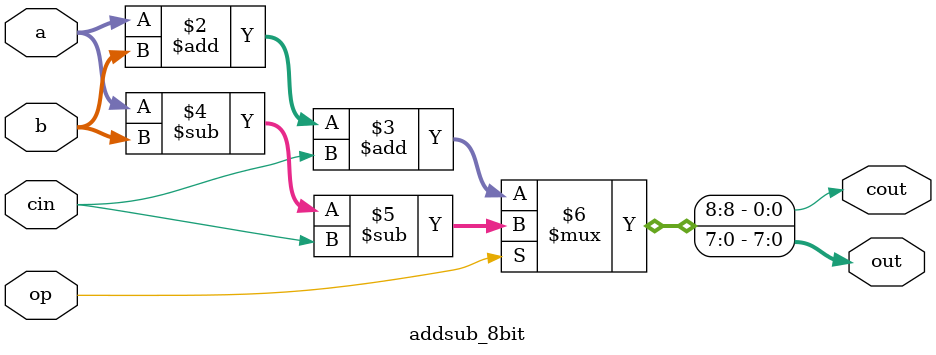
<source format=v>

`timescale 1ns / 1ps

`define BB_DWIDTH 8
`define BB_AWIDTH 16
`define BB_MAT_MUL_SIZE 8
`define BB_MASK_WIDTH 8
`define BB_LOG2_MAT_MUL_SIZE 3

`define NUM_CYCLES_IN_MAC 3
`define MEM_ACCESS_LATENCY 1
`define REG_DATAWIDTH 32
`define REG_ADDRWIDTH 8
`define ADDR_STRIDE_WIDTH 16
`define DTYPE_INT8 0
`define DTYPE_FP16 1
`define SLICE_MODE_MATMUL 0
`define SLICE_MODE_INDIV_PE 1
`define ELTWISE_MUL 2'b01
`define ELTWISE_ADD 2'b10
`define ELTWISE_SUB 2'b11


module matmul_slice(
 clk,
 reset,
 pe_reset, //this can also be called accumulate
 start_mat_mul,
 done_mat_mul,
 address_mat_a, //Address at which matrix A is to be read from
 address_mat_b, //Address at which matrix B is to be read from
 address_mat_c, //Address at which matrix C (output) is to be written to 
 address_stride_a, 
 address_stride_b,
 address_stride_c,
 a_data,
 b_data,
 a_data_in, //Input matrix A values coming in from previous matmul - systolic connections
 b_data_in, //Input matrix B values coming in from previous matmul - systolic connections 
 c_data_in, //Output values coming in from previous matmul - systolic shifting
 c_data_out, //Output values going out to any place that needs it like BRAM or next matmul
 a_data_out, //Input matrix A values going out to next matmul - systolic shifting
 b_data_out, //Input matrix A values going out to next matmul - systolic shifting
 flags,
 a_addr,
 b_addr,
 c_addr,
 c_data_available,
 validity_mask_a_rows,
 validity_mask_a_cols_b_rows,
 validity_mask_b_cols,
 slice_dtype,  //which data type/precision : 1 = fp16 or 0 = int8
 slice_mode,   //which mode : 0 as a matmul or 1 as individual PEs
 op, //Decides between eltwise mode vs matrix mode. In eltwise, decides between mul, add, sub
 preload,
 final_mat_mul_size,
 a_loc,
 b_loc
);

 input clk;
 input reset;
 input pe_reset;
 input start_mat_mul;
 output done_mat_mul;
 input [`BB_AWIDTH-1:0] address_mat_a;
 input [`BB_AWIDTH-1:0] address_mat_b;
 input [`BB_AWIDTH-1:0] address_mat_c;
 input [`ADDR_STRIDE_WIDTH-1:0] address_stride_a;
 input [`ADDR_STRIDE_WIDTH-1:0] address_stride_b;
 input [`ADDR_STRIDE_WIDTH-1:0] address_stride_c;
 input [`BB_MAT_MUL_SIZE*`BB_DWIDTH-1:0] a_data;
 input [`BB_MAT_MUL_SIZE*`BB_DWIDTH-1:0] b_data;
 input [`BB_MAT_MUL_SIZE*`BB_DWIDTH-1:0] a_data_in;
 input [`BB_MAT_MUL_SIZE*`BB_DWIDTH-1:0] b_data_in;
 input [`BB_MAT_MUL_SIZE*`BB_DWIDTH-1:0] c_data_in;
 output [`BB_MAT_MUL_SIZE*`BB_DWIDTH-1:0] c_data_out;
 output [`BB_MAT_MUL_SIZE*`BB_DWIDTH-1:0] a_data_out;
 output [`BB_MAT_MUL_SIZE*`BB_DWIDTH-1:0] b_data_out;
 output [3:0] flags;
 output [`BB_AWIDTH-1:0] a_addr;
 output [`BB_AWIDTH-1:0] b_addr;
 output [`BB_AWIDTH-1:0] c_addr;
 output c_data_available;
 input [`BB_MASK_WIDTH-1:0] validity_mask_a_rows;
 input [`BB_MASK_WIDTH-1:0] validity_mask_a_cols_b_rows;
 input [`BB_MASK_WIDTH-1:0] validity_mask_b_cols;
 input slice_dtype;
 input slice_mode;
 input [1:0] op;
 input preload;

//7:0 is okay here. We aren't going to make a matmul larger than 128x128
//In fact, these will get optimized out by the synthesis tool, because
//we hardcode them at the instantiation level.
 input [7:0] final_mat_mul_size;
 input [7:0] a_loc;
 input [7:0] b_loc;

//op[1]  op[0]
//   0      0   -> mat mul
//   0      1   -> elt mul
//   1      0   -> elt add
//   1      1   -> elt sub
wire eltwise_mode;
wire eltwise_mul;
wire eltwise_add;
wire eltwise_sub;
assign eltwise_mode =  ( op[1]  |   op[0]);
assign eltwise_mul  =  (~op[1]  &   op[0]);
assign eltwise_add  =  ( op[1]  &  ~op[0]);
assign eltwise_sub  =  ( op[1]  &   op[0]);

//////////////////////////////////////////////////////////////////////////
// Create input list for PEs by concatenating all inputs 
//////////////////////////////////////////////////////////////////////////
wire [271:0] input_list_to_pes;
assign input_list_to_pes = {
 address_mat_a,  //256 
 address_mat_b,  //240 <- direct_inputs_mode ends at address_mat_b[4]. direct_inputs_dtype starts at address_mat_b[5] and ends at address_mat_b[11]
 address_mat_c,  //224  <- direct_inputs_mode starts at address_mat_c[0] 
 address_stride_a, //208 <- direct_inputs_b ends at address_stride[15]. 
 address_stride_b, //192 
 address_stride_c, //176 
 a_data, //112 <- direct_inputs_b starts at a_data[0]
 b_data, //48 <- direct_inputs_a ends at b_data[63] 
 //Can't reuse a_data_in and b_data_in because these are dedicated connections. 
 //In individual PE mode, we want things to be able to connect to direct interconnect.
 //a_data_in, //176 
 //b_data_in, //112
 //c_data_in, //48 
 validity_mask_a_rows, //40
 validity_mask_a_cols_b_rows, //32
 validity_mask_b_cols, //24
 final_mat_mul_size, //16
 a_loc, //8
 b_loc  //0 <- direct_inputs_a starts at b_loc[0]
};

//////////////////////////////////////////////////////////////////////////
// Muxes for outputs 
//////////////////////////////////////////////////////////////////////////
wire [239:0] output_list_from_pes;
wire [`BB_MAT_MUL_SIZE*`BB_DWIDTH-1:0] c_data_out_internal;
wire [`BB_MAT_MUL_SIZE*`BB_DWIDTH-1:0] a_data_out_internal;
wire [`BB_MAT_MUL_SIZE*`BB_DWIDTH-1:0] b_data_out_internal;
wire [`BB_AWIDTH-1:0] a_addr_internal;
wire [`BB_AWIDTH-1:0] b_addr_internal;
wire [`BB_AWIDTH-1:0] c_addr_internal;
assign c_data_out = (slice_mode == `SLICE_MODE_MATMUL) ? c_data_out_internal : output_list_from_pes[63:0];
assign a_data_out = (slice_mode == `SLICE_MODE_MATMUL) ? a_data_out_internal : output_list_from_pes[127:64];
assign b_data_out = (slice_mode == `SLICE_MODE_MATMUL) ? b_data_out_internal : output_list_from_pes[191:128];
assign a_addr     = (slice_mode == `SLICE_MODE_MATMUL) ? a_addr_internal     : output_list_from_pes[192+`BB_AWIDTH-1:192];
assign b_addr     = (slice_mode == `SLICE_MODE_MATMUL) ? b_addr_internal     : output_list_from_pes[192+2*`BB_AWIDTH-1:192+`BB_AWIDTH];
assign c_addr     = (slice_mode == `SLICE_MODE_MATMUL) ? c_addr_internal     : output_list_from_pes[192+3*`BB_AWIDTH-1:192+2*`BB_AWIDTH];

//////////////////////////////////////////////////////////////////////////
// Logic for clock counting and when to assert done
//////////////////////////////////////////////////////////////////////////

reg done_mat_mul;
//This is 7 bits because the expectation is that clock count will be pretty
//small. For large matmuls, this will need to increased to have more bits.
//In general, a systolic multiplier takes 4*N-2+P cycles, where N is the size 
//of the matmul and P is the number of pipleine stages in the MAC block.
reg [7:0] clk_cnt;

//Finding out number of cycles to assert matmul done.
//When we have to save the outputs to accumulators, then we don't need to
//shift out data. So, we can assert done_mat_mul early.
//In the normal case, we have to include the time to shift out the results. 
//Note: the count expression used to contain "4*final_mat_mul_size", but 
//to avoid multiplication, we now use "final_mat_mul_size<<2"
wire [7:0] clk_cnt_for_done;

assign clk_cnt_for_done = 
                          (preload) ? (final_mat_mul_size):
                          (eltwise_mode) ? ((final_mat_mul_size<<1) + 1):
                          (((final_mat_mul_size<<2) - 2 + `NUM_CYCLES_IN_MAC));  
    
always @(posedge clk) begin
  if (reset || ~start_mat_mul) begin
    clk_cnt <= 0;
    done_mat_mul <= 0;
  end
  else if (clk_cnt == clk_cnt_for_done) begin
    done_mat_mul <= 1;
    clk_cnt <= clk_cnt + 1;

  end
  else if (done_mat_mul == 0) begin
    clk_cnt <= clk_cnt + 1;

  end    
  else begin
    done_mat_mul <= 0;
    clk_cnt <= clk_cnt + 1;
  end
end

wire [`BB_MAT_MUL_SIZE*`BB_DWIDTH-1:0] a_data_delayed;
wire [`BB_MAT_MUL_SIZE*`BB_DWIDTH-1:0] b_data_delayed;

//////////////////////////////////////////////////////////////////////////
// Instantiation of systolic data setup
//////////////////////////////////////////////////////////////////////////
systolic_data_setup u_systolic_data_setup(
.clk(clk),
.reset(reset),
.start_mat_mul(start_mat_mul),
.eltwise_mode(eltwise_mode),
.preload(preload),
.a_addr(a_addr_internal),
.b_addr(b_addr_internal),
.address_mat_a(address_mat_a),
.address_mat_b(address_mat_b),
.address_stride_a(address_stride_a),
.address_stride_b(address_stride_b),
.a_data(a_data),
.b_data(b_data),
.clk_cnt(clk_cnt),
.a_data_delayed(a_data_delayed),
.b_data_delayed(b_data_delayed),
.validity_mask_a_rows(validity_mask_a_rows),
.validity_mask_a_cols_b_rows(validity_mask_a_cols_b_rows),
.validity_mask_b_cols(validity_mask_b_cols),
.slice_dtype(slice_dtype),
.final_mat_mul_size(final_mat_mul_size),
.a_loc(a_loc),
.b_loc(b_loc)
);

//////////////////////////////////////////////////////////////////////////
// Logic to mux data_in coming from neighboring matmuls
//////////////////////////////////////////////////////////////////////////
wire [`BB_MAT_MUL_SIZE*`BB_DWIDTH-1:0] a_data_to_pes;
wire [`BB_MAT_MUL_SIZE*`BB_DWIDTH-1:0] b_data_to_pes;

assign a_data_to_pes = (b_loc==0) ? a_data_delayed : a_data_in;
assign b_data_to_pes = (a_loc==0) ? b_data_delayed : b_data_in;

wire ready_for_eltwise_op;
assign ready_for_eltwise_op = (clk_cnt > final_mat_mul_size);

//////////////////////////////////////////////////////////////////////////
// Instantiations of the actual PEs
//////////////////////////////////////////////////////////////////////////
wire [511:0] pe_data_out;
systolic_pe_matrix u_systolic_pe_matrix(
.clk(clk),
.reset(reset),
.pe_reset(pe_reset),
.a_data(a_data_to_pes),
.b_data(b_data_to_pes),
.slice_dtype(slice_dtype),
.slice_mode(slice_mode),
.op(op),
.ready_for_eltwise_op(ready_for_eltwise_op),
.preload(preload),
.pe_data_out(pe_data_out),
.flags(flags),
.a_data_out(a_data_out),
.b_data_out(b_data_out),
.input_list_to_pes(input_list_to_pes),
.output_list_from_pes(output_list_from_pes)
);

//////////////////////////////////////////////////////////////////////////
// Instantiation of the output logic
//////////////////////////////////////////////////////////////////////////
output_logic u_output_logic(
.start_mat_mul(start_mat_mul),
.done_mat_mul(done_mat_mul),
.address_mat_c(address_mat_c),
.address_stride_c(address_stride_c),
.c_data_out(c_data_out_internal),
.c_data_in(c_data_in),
.c_addr(c_addr_internal),
.c_data_available(c_data_available),
.clk_cnt(clk_cnt),
.final_mat_mul_size(final_mat_mul_size),
.pe_data_out(pe_data_out),
.slice_dtype(slice_dtype),
.eltwise_mode(eltwise_mode),
.preload(preload),
.clk(clk),
.reset(reset)
);

endmodule

//////////////////////////////////////////////////////////////////////////
// Output logic
//////////////////////////////////////////////////////////////////////////
module output_logic(
start_mat_mul,
done_mat_mul,
address_mat_c,
address_stride_c,
c_data_in,
c_data_out, //Data values going out to next matmul - systolic shifting
c_addr,
c_data_available,
clk_cnt,
final_mat_mul_size,
pe_data_out,
slice_dtype,
eltwise_mode,
preload,
clk,
reset
);

input clk;
input reset;
input start_mat_mul;
input done_mat_mul;
input [`BB_AWIDTH-1:0] address_mat_c;
input [`ADDR_STRIDE_WIDTH-1:0] address_stride_c;
input [`BB_MAT_MUL_SIZE*`BB_DWIDTH-1:0] c_data_in;
output [`BB_MAT_MUL_SIZE*`BB_DWIDTH-1:0] c_data_out;
output [`BB_AWIDTH-1:0] c_addr;
output c_data_available;
input [7:0] clk_cnt;
input [7:0] final_mat_mul_size;
input [511:0] pe_data_out;
input slice_dtype;
input eltwise_mode;
input preload;
wire row_latch_en;

//////////////////////////////////////////////////////////////////////////
// Logic to capture matrix C data from the PEs and shift it out
//////////////////////////////////////////////////////////////////////////
//assign row_latch_en = (clk_cnt==(`BB_MAT_MUL_SIZE + (a_loc+b_loc) * `BB_MAT_MUL_SIZE + 10 +  `NUM_CYCLES_IN_MAC - 1));
//Writing the line above to avoid multiplication:
//assign row_latch_en = (clk_cnt==(`BB_MAT_MUL_SIZE + ((a_loc+b_loc) << `BB_LOG2_MAT_MUL_SIZE) + 10 +  `NUM_CYCLES_IN_MAC - 1));

assign row_latch_en =  
                       (preload) ? 1'b0 : 
                       (eltwise_mode) ? ((clk_cnt == (final_mat_mul_size + 1 ))) :
                       ((clk_cnt == ((final_mat_mul_size<<2) - final_mat_mul_size - 1 +`NUM_CYCLES_IN_MAC)));
    
reg c_data_available;
reg [`BB_AWIDTH-1:0] c_addr;
reg start_capturing_c_data;
integer counter;
reg [8*`BB_DWIDTH-1:0] c_data_out;
reg [8*`BB_DWIDTH-1:0] c_data_out_1;
reg [8*`BB_DWIDTH-1:0] c_data_out_2;
reg [8*`BB_DWIDTH-1:0] c_data_out_3;
reg [8*`BB_DWIDTH-1:0] c_data_out_4;
reg [8*`BB_DWIDTH-1:0] c_data_out_5;
reg [8*`BB_DWIDTH-1:0] c_data_out_6;
reg [8*`BB_DWIDTH-1:0] c_data_out_7;
wire condition_to_start_shifting_output;
assign condition_to_start_shifting_output = 
                          row_latch_en ;  

  
//For larger matmuls, this logic will have more entries in the case statement
always @(posedge clk) begin
  if (reset | ~start_mat_mul) begin
    start_capturing_c_data <= 1'b0;
    c_data_available <= 1'b0;
    c_addr <= address_mat_c + address_stride_c;
    c_data_out <= 0;
    counter <= 0;

    c_data_out_1 <= 0;
    c_data_out_2 <= 0;
    c_data_out_3 <= 0;
    c_data_out_4 <= 0;
    c_data_out_5 <= 0;
    c_data_out_6 <= 0;
    c_data_out_7 <= 0;
  end else if (condition_to_start_shifting_output) begin
    start_capturing_c_data <= 1'b1;
    c_data_available <= 1'b1;
    c_addr <= c_addr - address_stride_c;
    if (slice_dtype == `DTYPE_INT8) begin
    c_data_out   <= {pe_data_out[32+7*64+7:32+7*64], pe_data_out[32+6*64+7:32+6*64], pe_data_out[32+5*64+7:32+5*64], pe_data_out[32+4*64+7:32+4*64], pe_data_out[32+3*64+7:32+3*64], pe_data_out[32+2*64+7:32+2*64], pe_data_out[32+64+7:32+64], pe_data_out[32+7:32]};
    c_data_out_1 <= {pe_data_out[40+7*64+7:40+7*64], pe_data_out[40+6*64+7:40+6*64], pe_data_out[40+5*64+7:40+5*64], pe_data_out[40+4*64+7:40+4*64], pe_data_out[40+3*64+7:40+3*64], pe_data_out[40+2*64+7:40+2*64], pe_data_out[40+64+7:40+64], pe_data_out[40+7:40]};
    c_data_out_2 <= {pe_data_out[48+7*64+7:48+7*64], pe_data_out[48+6*64+7:48+6*64], pe_data_out[48+5*64+7:48+5*64], pe_data_out[48+4*64+7:48+4*64], pe_data_out[48+3*64+7:48+3*64], pe_data_out[48+2*64+7:48+2*64], pe_data_out[48+64+7:48+64], pe_data_out[48+7:48]};
    c_data_out_3 <= {pe_data_out[56+7*64+7:56+7*64], pe_data_out[56+6*64+7:56+6*64], pe_data_out[56+5*64+7:56+5*64], pe_data_out[56+4*64+7:56+4*64], pe_data_out[56+3*64+7:56+3*64], pe_data_out[56+2*64+7:56+2*64], pe_data_out[56+64+7:56+64], pe_data_out[56+7:56]};
    c_data_out_4 <= {pe_data_out[0+7*64+7:0+7*64], pe_data_out[0+6*64+7:0+6*64], pe_data_out[0+5*64+7:0+5*64], pe_data_out[0+4*64+7:0+4*64], pe_data_out[0+3*64+7:0+3*64], pe_data_out[0+2*64+7:0+2*64], pe_data_out[0+64+7:0+64], pe_data_out[0+7:0]};
    c_data_out_5 <= {pe_data_out[8+7*64+7:8+7*64], pe_data_out[8+6*64+7:8+6*64], pe_data_out[8+5*64+7:8+5*64], pe_data_out[8+4*64+7:8+4*64], pe_data_out[8+3*64+7:8+3*64], pe_data_out[8+2*64+7:8+2*64], pe_data_out[8+64+7:8+64], pe_data_out[8+7:8]};
    c_data_out_6 <= {pe_data_out[16+7*64+7:16+7*64], pe_data_out[16+6*64+7:16+6*64], pe_data_out[16+5*64+7:16+5*64], pe_data_out[16+4*64+7:16+4*64], pe_data_out[16+3*64+7:16+3*64], pe_data_out[16+2*64+7:16+2*64], pe_data_out[16+64+7:16+64], pe_data_out[16+7:16]};
    c_data_out_7 <= {pe_data_out[24+7*64+7:24+7*64], pe_data_out[24+6*64+7:24+6*64], pe_data_out[24+5*64+7:24+5*64], pe_data_out[24+4*64+7:24+4*64], pe_data_out[24+3*64+7:24+3*64], pe_data_out[24+2*64+7:24+2*64], pe_data_out[24+64+7:24+64], pe_data_out[24+7:24]};
    end 
    else begin
    c_data_out   <= {pe_data_out[96+3*128+15:96+3*128], pe_data_out[96+2*128+15:96+2*128], pe_data_out[96+128+15:96+128], pe_data_out[96+15:96]};
    c_data_out_1 <= {pe_data_out[64+3*128+15:64+3*128], pe_data_out[64+2*128+15:64+2*128], pe_data_out[64+128+15:64+128], pe_data_out[64+15:64]};
    c_data_out_2 <= {pe_data_out[32+3*128+15:32+3*128], pe_data_out[32+2*128+15:32+2*128], pe_data_out[32+128+15:32+128], pe_data_out[32+15:32]};
    c_data_out_3 <= {pe_data_out[0+3*128+15:0+3*128], pe_data_out[0+2*128+15:0+2*128], pe_data_out[0+128+15:0+128], pe_data_out[0+15:0]};
    c_data_out_4 <= 0;
    c_data_out_5 <= 0;
    c_data_out_6 <= 0;
    c_data_out_7 <= 0;
    end
      //c_data_out <= {matrixC7_7, matrixC6_7, matrixC5_7, matrixC4_7, matrixC3_7, matrixC2_7, matrixC1_7, matrixC0_7};
      //c_data_out_1 <= {matrixC7_6, matrixC6_6, matrixC5_6, matrixC4_6, matrixC3_6, matrixC2_6, matrixC1_6, matrixC0_6};
      //c_data_out_2 <= {matrixC7_5, matrixC6_5, matrixC5_5, matrixC4_5, matrixC3_5, matrixC2_5, matrixC1_5, matrixC0_5};
      //c_data_out_3 <= {matrixC7_4, matrixC6_4, matrixC5_4, matrixC4_4, matrixC3_4, matrixC2_4, matrixC1_4, matrixC0_4};
      //c_data_out_4 <= {matrixC7_3, matrixC6_3, matrixC5_3, matrixC4_3, matrixC3_3, matrixC2_3, matrixC1_3, matrixC0_3};
      //c_data_out_5 <= {matrixC7_2, matrixC6_2, matrixC5_2, matrixC4_2, matrixC3_2, matrixC2_2, matrixC1_2, matrixC0_2};
      //c_data_out_6 <= {matrixC7_1, matrixC6_1, matrixC5_1, matrixC4_1, matrixC3_1, matrixC2_1, matrixC1_1, matrixC0_1};
      //c_data_out_7 <= {matrixC7_0, matrixC6_0, matrixC5_0, matrixC4_0, matrixC3_0, matrixC2_0, matrixC1_0, matrixC0_0};

    counter <= counter + 1;
  end else if (done_mat_mul) begin
    start_capturing_c_data <= 1'b0;
    c_data_available <= 1'b0;
    c_addr <= address_mat_c + address_stride_c;
    c_data_out <= 0;

    c_data_out_1 <= 0;
    c_data_out_2 <= 0;
    c_data_out_3 <= 0;
    c_data_out_4 <= 0;
    c_data_out_5 <= 0;
    c_data_out_6 <= 0;
    c_data_out_7 <= 0;
  end 
  else if (counter >= `BB_MAT_MUL_SIZE) begin
    c_data_out <= c_data_out_1;
    c_addr <= c_addr - address_stride_c; 

    c_data_out_1 <= c_data_out_2;
    c_data_out_2 <= c_data_out_3;
    c_data_out_3 <= c_data_out_4;
    c_data_out_4 <= c_data_out_5;
    c_data_out_5 <= c_data_out_6;
    c_data_out_6 <= c_data_out_7;
    c_data_out_7 <= c_data_in;
  end
  else if (start_capturing_c_data) begin
    c_data_available <= 1'b1;
    c_addr <= c_addr - address_stride_c; 
    counter <= counter + 1;
    c_data_out <= c_data_out_1;

    c_data_out_1 <= c_data_out_2;
    c_data_out_2 <= c_data_out_3;
    c_data_out_3 <= c_data_out_4;
    c_data_out_4 <= c_data_out_5;
    c_data_out_5 <= c_data_out_6;
    c_data_out_6 <= c_data_out_7;
    c_data_out_7 <= c_data_in;
  end
end

endmodule


//////////////////////////////////////////////////////////////////////////
// Systolic data setup
//////////////////////////////////////////////////////////////////////////
module systolic_data_setup(
clk,
reset,
start_mat_mul,
eltwise_mode,
preload,
a_addr,
b_addr,
address_mat_a,
address_mat_b,
address_stride_a,
address_stride_b,
a_data,
b_data,
clk_cnt,
a_data_delayed,
b_data_delayed,
validity_mask_a_rows,
validity_mask_a_cols_b_rows,
validity_mask_b_cols,
slice_dtype,
final_mat_mul_size,
a_loc,
b_loc
);

input clk;
input reset;
input start_mat_mul;
input eltwise_mode;
input preload;
output [`BB_AWIDTH-1:0] a_addr;
output [`BB_AWIDTH-1:0] b_addr;
input [`BB_AWIDTH-1:0] address_mat_a;
input [`BB_AWIDTH-1:0] address_mat_b;
input [`ADDR_STRIDE_WIDTH-1:0] address_stride_a;
input [`ADDR_STRIDE_WIDTH-1:0] address_stride_b;
input [`BB_MAT_MUL_SIZE*`BB_DWIDTH-1:0] a_data;
input [`BB_MAT_MUL_SIZE*`BB_DWIDTH-1:0] b_data;
input [7:0] clk_cnt;
output [`BB_MAT_MUL_SIZE*`BB_DWIDTH-1:0] a_data_delayed;
output [`BB_MAT_MUL_SIZE*`BB_DWIDTH-1:0] b_data_delayed;
input [`BB_MASK_WIDTH-1:0] validity_mask_a_rows;
input [`BB_MASK_WIDTH-1:0] validity_mask_a_cols_b_rows;
input [`BB_MASK_WIDTH-1:0] validity_mask_b_cols;
input slice_dtype;
input [7:0] final_mat_mul_size;
input [7:0] a_loc;
input [7:0] b_loc;

//////////////////////////////////////////////////////////////////////////
// Logic to generate addresses to BRAM A
//////////////////////////////////////////////////////////////////////////
reg [`BB_AWIDTH-1:0] a_addr;
reg a_mem_access; //flag that tells whether the matmul is trying to access memory or not

always @(posedge clk) begin
  //(clk_cnt >= a_loc*`BB_MAT_MUL_SIZE+final_mat_mul_size) begin
  //Writing the line above to avoid multiplication:

  if (reset || ~start_mat_mul || (clk_cnt >= (a_loc<<`BB_LOG2_MAT_MUL_SIZE)+final_mat_mul_size)) begin
  
      a_addr <= address_mat_a-address_stride_a;
  
    a_mem_access <= 0;
  end
  //else if ((clk_cnt >= a_loc*`BB_MAT_MUL_SIZE) && (clk_cnt < a_loc*`BB_MAT_MUL_SIZE+final_mat_mul_size)) begin
  //Writing the line above to avoid multiplication:

  else if ((clk_cnt >= (a_loc<<`BB_LOG2_MAT_MUL_SIZE)) && (clk_cnt < (a_loc<<`BB_LOG2_MAT_MUL_SIZE)+final_mat_mul_size)) begin
  
      a_addr <= a_addr + address_stride_a;
  
    a_mem_access <= 1;
  end
end

//////////////////////////////////////////////////////////////////////////
// Logic to generate valid signals for data coming from BRAM A
//////////////////////////////////////////////////////////////////////////
reg [7:0] a_mem_access_counter;
always @(posedge clk) begin
  if (reset || ~start_mat_mul) begin
    a_mem_access_counter <= 0;
  end
  else if (a_mem_access == 1) begin
    a_mem_access_counter <= a_mem_access_counter + 1;  
  end
  else begin
    a_mem_access_counter <= 0;
  end
end

wire a_data_valid_part1;
assign a_data_valid_part1 = 
     ((validity_mask_a_cols_b_rows[0]==1'b0 && a_mem_access_counter==1) ||
      (validity_mask_a_cols_b_rows[1]==1'b0 && a_mem_access_counter==2) ||
      (validity_mask_a_cols_b_rows[2]==1'b0 && a_mem_access_counter==3) ||
      (validity_mask_a_cols_b_rows[3]==1'b0 && a_mem_access_counter==4));

wire a_data_valid_part2;
assign a_data_valid_part2 = 
     ((validity_mask_a_cols_b_rows[4]==1'b0 && a_mem_access_counter==5) ||
      (validity_mask_a_cols_b_rows[5]==1'b0 && a_mem_access_counter==6) ||
      (validity_mask_a_cols_b_rows[6]==1'b0 && a_mem_access_counter==7) ||
      (validity_mask_a_cols_b_rows[7]==1'b0 && a_mem_access_counter==8));


wire a_data_valid; //flag that tells whether the data from memory is valid
assign a_data_valid = 
      (
        (slice_dtype == `DTYPE_FP16) ? a_data_valid_part1 :
        (a_data_valid_part1 || a_data_valid_part2)
      ) ?
       1'b0 : (a_mem_access_counter >= `MEM_ACCESS_LATENCY);


//////////////////////////////////////////////////////////////////////////
// Logic to delay certain parts of the data received from BRAM A (systolic data setup)
//////////////////////////////////////////////////////////////////////////
wire [`BB_MASK_WIDTH-1:0] validity_mask_a_rows_internal;
assign validity_mask_a_rows_internal = (slice_dtype == `DTYPE_INT8) ? 
                                      validity_mask_a_rows : 
                                     {validity_mask_a_rows[3],
                                      validity_mask_a_rows[3], 
                                      validity_mask_a_rows[2],
                                      validity_mask_a_rows[2], 
                                      validity_mask_a_rows[1],
                                      validity_mask_a_rows[1], 
                                      validity_mask_a_rows[0],
                                      validity_mask_a_rows[0]};

wire [`BB_MAT_MUL_SIZE*`BB_DWIDTH-1:0] a_data_validated;
assign a_data_validated[1*`BB_DWIDTH-1:0*`BB_DWIDTH] = (a_data_valid & validity_mask_a_rows_internal[0]) ? a_data[1*`BB_DWIDTH-1:0*`BB_DWIDTH] : {`BB_DWIDTH{1'b0}};
assign a_data_validated[2*`BB_DWIDTH-1:1*`BB_DWIDTH] = (a_data_valid & validity_mask_a_rows_internal[1]) ? a_data[2*`BB_DWIDTH-1:1*`BB_DWIDTH] : {`BB_DWIDTH{1'b0}};
assign a_data_validated[3*`BB_DWIDTH-1:2*`BB_DWIDTH] = (a_data_valid & validity_mask_a_rows_internal[2]) ? a_data[3*`BB_DWIDTH-1:2*`BB_DWIDTH] : {`BB_DWIDTH{1'b0}};
assign a_data_validated[4*`BB_DWIDTH-1:3*`BB_DWIDTH] = (a_data_valid & validity_mask_a_rows_internal[3]) ? a_data[4*`BB_DWIDTH-1:3*`BB_DWIDTH] : {`BB_DWIDTH{1'b0}};
assign a_data_validated[5*`BB_DWIDTH-1:4*`BB_DWIDTH] = (a_data_valid & validity_mask_a_rows_internal[4]) ? a_data[5*`BB_DWIDTH-1:4*`BB_DWIDTH] : {`BB_DWIDTH{1'b0}};
assign a_data_validated[6*`BB_DWIDTH-1:5*`BB_DWIDTH] = (a_data_valid & validity_mask_a_rows_internal[5]) ? a_data[6*`BB_DWIDTH-1:5*`BB_DWIDTH] : {`BB_DWIDTH{1'b0}};
assign a_data_validated[7*`BB_DWIDTH-1:6*`BB_DWIDTH] = (a_data_valid & validity_mask_a_rows_internal[6]) ? a_data[7*`BB_DWIDTH-1:6*`BB_DWIDTH] : {`BB_DWIDTH{1'b0}};
assign a_data_validated[8*`BB_DWIDTH-1:7*`BB_DWIDTH] = (a_data_valid & validity_mask_a_rows_internal[7]) ? a_data[8*`BB_DWIDTH-1:7*`BB_DWIDTH] : {`BB_DWIDTH{1'b0}};


wire flop_rst;
assign flop_rst = (reset || ~start_mat_mul || clk_cnt==0);

wire [`BB_DWIDTH-1:0] a_one_clk_del_int8;
wire [`BB_DWIDTH-1:0] a_two_clk_del_int8;
wire [`BB_DWIDTH-1:0] a_thr_clk_del_int8;
wire [`BB_DWIDTH-1:0] a_fou_clk_del_int8;
wire [`BB_DWIDTH-1:0] a_fiv_clk_del_int8;
wire [`BB_DWIDTH-1:0] a_six_clk_del_int8;
wire [`BB_DWIDTH-1:0] a_sev_clk_del_int8;
wire [`BB_DWIDTH-1:0] a_one_clk_del_fp16;
wire [`BB_DWIDTH-1:0] a_two_clk_del_fp16;
wire [`BB_DWIDTH-1:0] a_thr_clk_del_fp16;
wire [`BB_DWIDTH-1:0] a_fou_clk_del_fp16;
wire [`BB_DWIDTH-1:0] a_fiv_clk_del_fp16;
wire [`BB_DWIDTH-1:0] a_six_clk_del_fp16;
wire [`BB_DWIDTH-1:0] a_sev_clk_del_fp16;

one_clk_delay    u_a_one_clk_delay     (.clk(clk), .rst(flop_rst), .in(a_data_validated[2*`BB_DWIDTH-1:1*`BB_DWIDTH]), .out_int8(a_one_clk_del_int8), .out_fp16(a_one_clk_del_fp16));
two_clk_delay    u_a_two_clk_delay     (.clk(clk), .rst(flop_rst), .in(a_data_validated[3*`BB_DWIDTH-1:2*`BB_DWIDTH]), .out_int8(a_two_clk_del_int8), .out_fp16(a_two_clk_del_fp16));
three_clk_delay  u_a_three_clk_delay   (.clk(clk), .rst(flop_rst), .in(a_data_validated[4*`BB_DWIDTH-1:3*`BB_DWIDTH]), .out_int8(a_thr_clk_del_int8), .out_fp16(a_thr_clk_del_fp16));
four_clk_delay   u_a_four_clk_delay    (.clk(clk), .rst(flop_rst), .in(a_data_validated[5*`BB_DWIDTH-1:4*`BB_DWIDTH]), .out_int8(a_fou_clk_del_int8), .out_fp16(a_fou_clk_del_fp16));
five_clk_delay   u_a_five_clk_delay    (.clk(clk), .rst(flop_rst), .in(a_data_validated[6*`BB_DWIDTH-1:5*`BB_DWIDTH]), .out_int8(a_fiv_clk_del_int8), .out_fp16(a_fiv_clk_del_fp16));
six_clk_delay    u_a_six_clk_delay     (.clk(clk), .rst(flop_rst), .in(a_data_validated[7*`BB_DWIDTH-1:6*`BB_DWIDTH]), .out_int8(a_six_clk_del_int8), .out_fp16(a_six_clk_del_fp16));
seven_clk_delay  u_a_seven_clk_delay   (.clk(clk), .rst(flop_rst), .in(a_data_validated[8*`BB_DWIDTH-1:7*`BB_DWIDTH]), .out_int8(a_sev_clk_del_int8), .out_fp16(a_sev_clk_del_fp16));

//If the eltwise_mode bit is 1, that means we are doing matrix addition. In that case, we don't
//need to do any systolic shifting. Just send the data as it was read from BRAM
assign a_data_delayed[`BB_DWIDTH-1:0]              = a_data_validated[`BB_DWIDTH-1:0];
assign a_data_delayed[2*`BB_DWIDTH-1:1*`BB_DWIDTH] = (eltwise_mode|preload) ? a_data_validated[2*`BB_DWIDTH-1:1*`BB_DWIDTH] : ((slice_dtype == `DTYPE_INT8)? a_one_clk_del_int8 : a_one_clk_del_fp16);
assign a_data_delayed[3*`BB_DWIDTH-1:2*`BB_DWIDTH] = (eltwise_mode|preload) ? a_data_validated[3*`BB_DWIDTH-1:2*`BB_DWIDTH] : ((slice_dtype == `DTYPE_INT8)? a_two_clk_del_int8 : a_two_clk_del_fp16);
assign a_data_delayed[4*`BB_DWIDTH-1:3*`BB_DWIDTH] = (eltwise_mode|preload) ? a_data_validated[4*`BB_DWIDTH-1:3*`BB_DWIDTH] : ((slice_dtype == `DTYPE_INT8)? a_thr_clk_del_int8 : a_thr_clk_del_fp16);
assign a_data_delayed[5*`BB_DWIDTH-1:4*`BB_DWIDTH] = (eltwise_mode|preload) ? a_data_validated[5*`BB_DWIDTH-1:4*`BB_DWIDTH] : ((slice_dtype == `DTYPE_INT8)? a_fou_clk_del_int8 : a_fou_clk_del_fp16);
assign a_data_delayed[6*`BB_DWIDTH-1:5*`BB_DWIDTH] = (eltwise_mode|preload) ? a_data_validated[6*`BB_DWIDTH-1:5*`BB_DWIDTH] : ((slice_dtype == `DTYPE_INT8)? a_fiv_clk_del_int8 : a_fiv_clk_del_fp16);
assign a_data_delayed[7*`BB_DWIDTH-1:6*`BB_DWIDTH] = (eltwise_mode|preload) ? a_data_validated[7*`BB_DWIDTH-1:6*`BB_DWIDTH] : ((slice_dtype == `DTYPE_INT8)? a_six_clk_del_int8 : a_six_clk_del_fp16);
assign a_data_delayed[8*`BB_DWIDTH-1:7*`BB_DWIDTH] = (eltwise_mode|preload) ? a_data_validated[8*`BB_DWIDTH-1:7*`BB_DWIDTH] : ((slice_dtype == `DTYPE_INT8)? a_sev_clk_del_int8 : a_sev_clk_del_fp16);


//////////////////////////////////////////////////////////////////////////
// Logic to generate addresses to BRAM B
//////////////////////////////////////////////////////////////////////////
reg [`BB_AWIDTH-1:0] b_addr;
reg b_mem_access; //flag that tells whether the matmul is trying to access memory or not
always @(posedge clk) begin
  //else if (clk_cnt >= b_loc*`BB_MAT_MUL_SIZE+final_mat_mul_size) begin
  //Writing the line above to avoid multiplication:

  if ((reset || ~start_mat_mul) || (clk_cnt >= (b_loc<<`BB_LOG2_MAT_MUL_SIZE)+final_mat_mul_size)) begin

      b_addr <= address_mat_b - address_stride_b;
  
    b_mem_access <= 0;
  end
  //We only preload one input. A. So, no need to read B when preloading
  //else if ((clk_cnt >= b_loc*`BB_MAT_MUL_SIZE) && (clk_cnt < b_loc*`BB_MAT_MUL_SIZE+final_mat_mul_size)) begin
  //Writing the line above to avoid multiplication:

  else if ((clk_cnt >= (b_loc<<`BB_LOG2_MAT_MUL_SIZE)) && (clk_cnt < (b_loc<<`BB_LOG2_MAT_MUL_SIZE)+final_mat_mul_size) && (~preload)) begin

      b_addr <= b_addr + address_stride_b;
  
    b_mem_access <= 1;
  end
end 

//////////////////////////////////////////////////////////////////////////
// Logic to generate valid signals for data coming from BRAM B
//////////////////////////////////////////////////////////////////////////
reg [7:0] b_mem_access_counter;
always @(posedge clk) begin
  if (reset || ~start_mat_mul) begin
    b_mem_access_counter <= 0;
  end
  else if (b_mem_access == 1) begin
    b_mem_access_counter <= b_mem_access_counter + 1;  
  end
  else begin
    b_mem_access_counter <= 0;
  end
end

wire b_data_valid_part1;
assign b_data_valid_part1 = 
     ((validity_mask_a_cols_b_rows[0]==1'b0 && b_mem_access_counter==1) ||
      (validity_mask_a_cols_b_rows[1]==1'b0 && b_mem_access_counter==2) ||
      (validity_mask_a_cols_b_rows[2]==1'b0 && b_mem_access_counter==3) ||
      (validity_mask_a_cols_b_rows[3]==1'b0 && b_mem_access_counter==4));

wire b_data_valid_part2;
assign b_data_valid_part2 = 
     ((validity_mask_a_cols_b_rows[4]==1'b0 && b_mem_access_counter==5) ||
      (validity_mask_a_cols_b_rows[5]==1'b0 && b_mem_access_counter==6) ||
      (validity_mask_a_cols_b_rows[6]==1'b0 && b_mem_access_counter==7) ||
      (validity_mask_a_cols_b_rows[7]==1'b0 && b_mem_access_counter==8));


wire b_data_valid; //flag that tells whether the data from memory is valid
assign b_data_valid = 
      (
        (slice_dtype == `DTYPE_FP16) ? b_data_valid_part1 :
        (b_data_valid_part1 || b_data_valid_part2)
      ) ?
        1'b0 : (b_mem_access_counter >= `MEM_ACCESS_LATENCY);

//////////////////////////////////////////////////////////////////////////
// Logic to delay certain parts of the data received from BRAM B (systolic data setup)
//////////////////////////////////////////////////////////////////////////
wire [`BB_MASK_WIDTH-1:0] validity_mask_b_cols_internal;
assign validity_mask_b_cols_internal = (slice_dtype == `DTYPE_INT8) ? validity_mask_b_cols : {validity_mask_b_cols[3],validity_mask_b_cols[3], validity_mask_b_cols[2],validity_mask_b_cols[2], validity_mask_b_cols[1],validity_mask_b_cols[1], validity_mask_b_cols[0],validity_mask_b_cols[0]};

wire [`BB_MAT_MUL_SIZE*`BB_DWIDTH-1:0] b_data_validated;
assign b_data_validated[1*`BB_DWIDTH-1:0*`BB_DWIDTH] = (b_data_valid & validity_mask_b_cols_internal[0]) ? b_data[1*`BB_DWIDTH-1:0*`BB_DWIDTH] : {`BB_DWIDTH{1'b0}};
assign b_data_validated[2*`BB_DWIDTH-1:1*`BB_DWIDTH] = (b_data_valid & validity_mask_b_cols_internal[1]) ? b_data[2*`BB_DWIDTH-1:1*`BB_DWIDTH] : {`BB_DWIDTH{1'b0}};
assign b_data_validated[3*`BB_DWIDTH-1:2*`BB_DWIDTH] = (b_data_valid & validity_mask_b_cols_internal[2]) ? b_data[3*`BB_DWIDTH-1:2*`BB_DWIDTH] : {`BB_DWIDTH{1'b0}};
assign b_data_validated[4*`BB_DWIDTH-1:3*`BB_DWIDTH] = (b_data_valid & validity_mask_b_cols_internal[3]) ? b_data[4*`BB_DWIDTH-1:3*`BB_DWIDTH] : {`BB_DWIDTH{1'b0}};
assign b_data_validated[5*`BB_DWIDTH-1:4*`BB_DWIDTH] = (b_data_valid & validity_mask_b_cols_internal[4]) ? b_data[5*`BB_DWIDTH-1:4*`BB_DWIDTH] : {`BB_DWIDTH{1'b0}};
assign b_data_validated[6*`BB_DWIDTH-1:5*`BB_DWIDTH] = (b_data_valid & validity_mask_b_cols_internal[5]) ? b_data[6*`BB_DWIDTH-1:5*`BB_DWIDTH] : {`BB_DWIDTH{1'b0}};
assign b_data_validated[7*`BB_DWIDTH-1:6*`BB_DWIDTH] = (b_data_valid & validity_mask_b_cols_internal[6]) ? b_data[7*`BB_DWIDTH-1:6*`BB_DWIDTH] : {`BB_DWIDTH{1'b0}};
assign b_data_validated[8*`BB_DWIDTH-1:7*`BB_DWIDTH] = (b_data_valid & validity_mask_b_cols_internal[7]) ? b_data[8*`BB_DWIDTH-1:7*`BB_DWIDTH] : {`BB_DWIDTH{1'b0}};


wire [`BB_DWIDTH-1:0] b_one_clk_del_int8;
wire [`BB_DWIDTH-1:0] b_two_clk_del_int8;
wire [`BB_DWIDTH-1:0] b_thr_clk_del_int8;
wire [`BB_DWIDTH-1:0] b_fou_clk_del_int8;
wire [`BB_DWIDTH-1:0] b_fiv_clk_del_int8;
wire [`BB_DWIDTH-1:0] b_six_clk_del_int8;
wire [`BB_DWIDTH-1:0] b_sev_clk_del_int8;
wire [`BB_DWIDTH-1:0] b_one_clk_del_fp16;
wire [`BB_DWIDTH-1:0] b_two_clk_del_fp16;
wire [`BB_DWIDTH-1:0] b_thr_clk_del_fp16;
wire [`BB_DWIDTH-1:0] b_fou_clk_del_fp16;
wire [`BB_DWIDTH-1:0] b_fiv_clk_del_fp16;
wire [`BB_DWIDTH-1:0] b_six_clk_del_fp16;
wire [`BB_DWIDTH-1:0] b_sev_clk_del_fp16;

one_clk_delay   u_b_one_clk_delay     (.clk(clk), .rst(flop_rst), .in(b_data_validated[2*`BB_DWIDTH-1:1*`BB_DWIDTH]), .out_int8(b_one_clk_del_int8), .out_fp16(b_one_clk_del_fp16));
two_clk_delay   u_b_two_clk_delay     (.clk(clk), .rst(flop_rst), .in(b_data_validated[3*`BB_DWIDTH-1:2*`BB_DWIDTH]), .out_int8(b_two_clk_del_int8), .out_fp16(b_two_clk_del_fp16));
three_clk_delay u_b_three_clk_delay   (.clk(clk), .rst(flop_rst), .in(b_data_validated[4*`BB_DWIDTH-1:3*`BB_DWIDTH]), .out_int8(b_thr_clk_del_int8), .out_fp16(b_thr_clk_del_fp16));
four_clk_delay  u_b_four_clk_delay    (.clk(clk), .rst(flop_rst), .in(b_data_validated[5*`BB_DWIDTH-1:4*`BB_DWIDTH]), .out_int8(b_fou_clk_del_int8), .out_fp16(b_fou_clk_del_fp16));
five_clk_delay  u_b_five_clk_delay    (.clk(clk), .rst(flop_rst), .in(b_data_validated[6*`BB_DWIDTH-1:5*`BB_DWIDTH]), .out_int8(b_fiv_clk_del_int8), .out_fp16(b_fiv_clk_del_fp16));
six_clk_delay   u_b_six_clk_delay     (.clk(clk), .rst(flop_rst), .in(b_data_validated[7*`BB_DWIDTH-1:6*`BB_DWIDTH]), .out_int8(b_six_clk_del_int8), .out_fp16(b_six_clk_del_fp16));
seven_clk_delay u_b_seven_clk_delay   (.clk(clk), .rst(flop_rst), .in(b_data_validated[8*`BB_DWIDTH-1:7*`BB_DWIDTH]), .out_int8(b_sev_clk_del_int8), .out_fp16(b_sev_clk_del_fp16));

//If the eltwise_mode bit is 1, that means we are doing matrix addition. In that case, we don't
//need to do any systolic shifting. Just send the data as it was read from BRAM
assign b_data_delayed[`BB_DWIDTH-1:0]              = b_data_validated[`BB_DWIDTH-1:0];
assign b_data_delayed[2*`BB_DWIDTH-1:1*`BB_DWIDTH] = (eltwise_mode) ? b_data_validated[2*`BB_DWIDTH-1:1*`BB_DWIDTH] : ((slice_dtype == `DTYPE_INT8)? b_one_clk_del_int8 : b_one_clk_del_fp16);
assign b_data_delayed[3*`BB_DWIDTH-1:2*`BB_DWIDTH] = (eltwise_mode) ? b_data_validated[3*`BB_DWIDTH-1:2*`BB_DWIDTH] : ((slice_dtype == `DTYPE_INT8)? b_two_clk_del_int8 : b_two_clk_del_fp16);
assign b_data_delayed[4*`BB_DWIDTH-1:3*`BB_DWIDTH] = (eltwise_mode) ? b_data_validated[4*`BB_DWIDTH-1:3*`BB_DWIDTH] : ((slice_dtype == `DTYPE_INT8)? b_thr_clk_del_int8 : b_thr_clk_del_fp16);
assign b_data_delayed[5*`BB_DWIDTH-1:4*`BB_DWIDTH] = (eltwise_mode) ? b_data_validated[5*`BB_DWIDTH-1:4*`BB_DWIDTH] : ((slice_dtype == `DTYPE_INT8)? b_fou_clk_del_int8 : b_fou_clk_del_fp16);
assign b_data_delayed[6*`BB_DWIDTH-1:5*`BB_DWIDTH] = (eltwise_mode) ? b_data_validated[6*`BB_DWIDTH-1:5*`BB_DWIDTH] : ((slice_dtype == `DTYPE_INT8)? b_fiv_clk_del_int8 : b_fiv_clk_del_fp16);
assign b_data_delayed[7*`BB_DWIDTH-1:6*`BB_DWIDTH] = (eltwise_mode) ? b_data_validated[7*`BB_DWIDTH-1:6*`BB_DWIDTH] : ((slice_dtype == `DTYPE_INT8)? b_six_clk_del_int8 : b_six_clk_del_fp16);
assign b_data_delayed[8*`BB_DWIDTH-1:7*`BB_DWIDTH] = (eltwise_mode) ? b_data_validated[8*`BB_DWIDTH-1:7*`BB_DWIDTH] : ((slice_dtype == `DTYPE_INT8)? b_sev_clk_del_int8 : b_sev_clk_del_fp16);

endmodule

//////////////////////////////////////////////
// Delay modules - Flops to delay for various number of clocks
//////////////////////////////////////////////
module one_clk_delay(
  input clk,
  input rst,
  input [`BB_DWIDTH-1:0] in,
  output reg [`BB_DWIDTH-1:0] out_int8,
  output [`BB_DWIDTH-1:0] out_fp16
);
//1 clk delay in int8, 0 clk delay in fp16
assign out_fp16 = in;
always @(posedge clk) begin
  if (rst) begin
    out_int8 <= 0;
  end
  else begin
    out_int8 <= in;
  end
end
endmodule

//////////////////////////////////////////////
module two_clk_delay(
  input clk,
  input rst,
  input [`BB_DWIDTH-1:0] in,
  output reg [`BB_DWIDTH-1:0] out_int8,
  output [`BB_DWIDTH-1:0] out_fp16
);
//2 clk delay in int8, 1 clk delay in fp16
reg [`BB_DWIDTH-1:0] in_delayed;
assign out_fp16 = in_delayed;
always @(posedge clk) begin
  if (rst) begin
    in_delayed <= 0;
    out_int8 <= 0;
  end
  else begin
    in_delayed <= in;
    out_int8 <= in_delayed;
  end
end
endmodule

//////////////////////////////////////////////
module three_clk_delay(
  input clk,
  input rst,
  input [`BB_DWIDTH-1:0] in,
  output reg [`BB_DWIDTH-1:0] out_int8,
  output [`BB_DWIDTH-1:0] out_fp16
);
//3 clk delay in int8, 1 clk delay in fp16
reg [`BB_DWIDTH-1:0] in_delayed_1;
reg [`BB_DWIDTH-1:0] in_delayed_2;

assign out_fp16 = in_delayed_1;
always @(posedge clk) begin
  if (rst) begin
    in_delayed_1 <= 0;
    in_delayed_2 <= 0;
    out_int8 <= 0;
  end
  else begin
    in_delayed_1 <= in;
    in_delayed_2 <= in_delayed_1;
    out_int8 <= in_delayed_2;
  end
end
endmodule

//////////////////////////////////////////////
module four_clk_delay(
  input clk,
  input rst,
  input [`BB_DWIDTH-1:0] in,
  output reg [`BB_DWIDTH-1:0] out_int8,
  output [`BB_DWIDTH-1:0] out_fp16
);
//4 clk delay in int8, 2 clk delay in fp16
reg [`BB_DWIDTH-1:0] in_delayed_1;
reg [`BB_DWIDTH-1:0] in_delayed_2;
reg [`BB_DWIDTH-1:0] in_delayed_3;

assign out_fp16 = in_delayed_2;
always @(posedge clk) begin
  if (rst) begin
    in_delayed_1 <= 0;
    in_delayed_2 <= 0;
    in_delayed_3 <= 0;
    out_int8 <= 0;
  end
  else begin
    in_delayed_1 <= in;
    in_delayed_2 <= in_delayed_1;
    in_delayed_3 <= in_delayed_2;
    out_int8 <= in_delayed_3;
  end
end
endmodule

//////////////////////////////////////////////
module five_clk_delay(
  input clk,
  input rst,
  input [`BB_DWIDTH-1:0] in,
  output reg [`BB_DWIDTH-1:0] out_int8,
  output [`BB_DWIDTH-1:0] out_fp16
);
//5 clk delay in int8, 2 clk delay in fp16
reg [`BB_DWIDTH-1:0] in_delayed_1;
reg [`BB_DWIDTH-1:0] in_delayed_2;
reg [`BB_DWIDTH-1:0] in_delayed_3;
reg [`BB_DWIDTH-1:0] in_delayed_4;

assign out_fp16 = in_delayed_2;
always @(posedge clk) begin
  if (rst) begin
    out_int8 <= 0;
    in_delayed_1 <= 0;
    in_delayed_2 <= 0;
    in_delayed_3 <= 0;
    in_delayed_4 <= 0;
  end
  else begin
    in_delayed_1 <= in;
    in_delayed_2 <= in_delayed_1;
    in_delayed_3 <= in_delayed_2;
    in_delayed_4 <= in_delayed_3;
    out_int8 <= in_delayed_4;
  end
end
endmodule

//////////////////////////////////////////////
module six_clk_delay(
  input clk,
  input rst,
  input [`BB_DWIDTH-1:0] in,
  output reg [`BB_DWIDTH-1:0] out_int8,
  output [`BB_DWIDTH-1:0] out_fp16
);
//6 clk delay in int8, 3 clk delay in fp16
reg [`BB_DWIDTH-1:0] in_delayed_1;
reg [`BB_DWIDTH-1:0] in_delayed_2;
reg [`BB_DWIDTH-1:0] in_delayed_3;
reg [`BB_DWIDTH-1:0] in_delayed_4;
reg [`BB_DWIDTH-1:0] in_delayed_5;

assign out_fp16 = in_delayed_3;
always @(posedge clk) begin
  if (rst) begin
    out_int8 <= 0;
    in_delayed_1 <= 0;
    in_delayed_2 <= 0;
    in_delayed_3 <= 0;
    in_delayed_4 <= 0;
    in_delayed_5 <= 0;
  end
  else begin
    in_delayed_1 <= in;
    in_delayed_2 <= in_delayed_1;
    in_delayed_3 <= in_delayed_2;
    in_delayed_4 <= in_delayed_3;
    in_delayed_5 <= in_delayed_4;
    out_int8 <= in_delayed_5;
  end
end
endmodule

//////////////////////////////////////////////
module seven_clk_delay(
  input clk,
  input rst,
  input [`BB_DWIDTH-1:0] in,
  output reg [`BB_DWIDTH-1:0] out_int8,
  output [`BB_DWIDTH-1:0] out_fp16
);
//7 clk delay in int8, 3 clk delay in fp16
reg [`BB_DWIDTH-1:0] in_delayed_1;
reg [`BB_DWIDTH-1:0] in_delayed_2;
reg [`BB_DWIDTH-1:0] in_delayed_3;
reg [`BB_DWIDTH-1:0] in_delayed_4;
reg [`BB_DWIDTH-1:0] in_delayed_5;
reg [`BB_DWIDTH-1:0] in_delayed_6;

assign out_fp16 = in_delayed_3;
always @(posedge clk) begin
  if (rst) begin
    out_int8 <= 0;
    in_delayed_1 <= 0;
    in_delayed_2 <= 0;
    in_delayed_3 <= 0;
    in_delayed_4 <= 0;
    in_delayed_5 <= 0;
    in_delayed_6 <= 0;
  end
  else begin
    in_delayed_1 <= in;
    in_delayed_2 <= in_delayed_1;
    in_delayed_3 <= in_delayed_2;
    in_delayed_4 <= in_delayed_3;
    in_delayed_5 <= in_delayed_4;
    in_delayed_6 <= in_delayed_5;
    out_int8 <= in_delayed_6;
  end
end
endmodule

//////////////////////////////////////////////////////////////////////////
// Systolically connected PEs
//////////////////////////////////////////////////////////////////////////
module systolic_pe_matrix(
clk,
reset,
pe_reset,
a_data,
b_data,
slice_dtype,
slice_mode,
op,
ready_for_eltwise_op,
preload,
pe_data_out,
flags,
a_data_out,
b_data_out,
input_list_to_pes,
output_list_from_pes
);

input clk;
input reset;
input pe_reset;
input [`BB_MAT_MUL_SIZE*`BB_DWIDTH-1:0] a_data;
input [`BB_MAT_MUL_SIZE*`BB_DWIDTH-1:0] b_data;
input slice_dtype;
input slice_mode;
input [1:0] op;
input ready_for_eltwise_op;
input preload;
output [511:0] pe_data_out;
output [3:0] flags;
output [`BB_MAT_MUL_SIZE*`BB_DWIDTH-1:0] a_data_out;
output [`BB_MAT_MUL_SIZE*`BB_DWIDTH-1:0] b_data_out;
input [271:0] input_list_to_pes;
output [239:0] output_list_from_pes;

//////////////////////////////////////////////////////////////////////////
// Instantiations of the actual PEs
//////////////////////////////////////////////////////////////////////////
wire effective_rst;
assign effective_rst = reset | pe_reset;

wire [2*`BB_DWIDTH-1:0] in_a_pe00;
wire [4*`BB_DWIDTH-1:0] in_b_pe00;
wire [2*`BB_DWIDTH-1:0] out_a_pe00;
wire [4*`BB_DWIDTH-1:0] out_b_pe00;
wire [4*`BB_DWIDTH-1:0] out_c_pe00;

wire [2*`BB_DWIDTH-1:0] in_a_pe01;
wire [4*`BB_DWIDTH-1:0] in_b_pe01;
wire [2*`BB_DWIDTH-1:0] out_a_pe01;
wire [4*`BB_DWIDTH-1:0] out_b_pe01;
wire [4*`BB_DWIDTH-1:0] out_c_pe01;

wire [2*`BB_DWIDTH-1:0] in_a_pe02;
wire [4*`BB_DWIDTH-1:0] in_b_pe02;
wire [2*`BB_DWIDTH-1:0] out_a_pe02;
wire [4*`BB_DWIDTH-1:0] out_b_pe02;
wire [4*`BB_DWIDTH-1:0] out_c_pe02;

wire [2*`BB_DWIDTH-1:0] in_a_pe03;
wire [4*`BB_DWIDTH-1:0] in_b_pe03;
wire [2*`BB_DWIDTH-1:0] out_a_pe03;
wire [4*`BB_DWIDTH-1:0] out_b_pe03;
wire [4*`BB_DWIDTH-1:0] out_c_pe03;

wire [2*`BB_DWIDTH-1:0] in_a_pe10;
wire [4*`BB_DWIDTH-1:0] in_b_pe10;
wire [2*`BB_DWIDTH-1:0] out_a_pe10;
wire [4*`BB_DWIDTH-1:0] out_b_pe10;
wire [4*`BB_DWIDTH-1:0] out_c_pe10;

wire [2*`BB_DWIDTH-1:0] in_a_pe11;
wire [4*`BB_DWIDTH-1:0] in_b_pe11;
wire [2*`BB_DWIDTH-1:0] out_a_pe11;
wire [4*`BB_DWIDTH-1:0] out_b_pe11;
wire [4*`BB_DWIDTH-1:0] out_c_pe11;

wire [2*`BB_DWIDTH-1:0] in_a_pe12;
wire [4*`BB_DWIDTH-1:0] in_b_pe12;
wire [2*`BB_DWIDTH-1:0] out_a_pe12;
wire [4*`BB_DWIDTH-1:0] out_b_pe12;
wire [4*`BB_DWIDTH-1:0] out_c_pe12;

wire [2*`BB_DWIDTH-1:0] in_a_pe13;
wire [4*`BB_DWIDTH-1:0] in_b_pe13;
wire [2*`BB_DWIDTH-1:0] out_a_pe13;
wire [4*`BB_DWIDTH-1:0] out_b_pe13;
wire [4*`BB_DWIDTH-1:0] out_c_pe13;

wire [2*`BB_DWIDTH-1:0] in_a_pe20;
wire [4*`BB_DWIDTH-1:0] in_b_pe20;
wire [2*`BB_DWIDTH-1:0] out_a_pe20;
wire [4*`BB_DWIDTH-1:0] out_b_pe20;
wire [4*`BB_DWIDTH-1:0] out_c_pe20;

wire [2*`BB_DWIDTH-1:0] in_a_pe21;
wire [4*`BB_DWIDTH-1:0] in_b_pe21;
wire [2*`BB_DWIDTH-1:0] out_a_pe21;
wire [4*`BB_DWIDTH-1:0] out_b_pe21;
wire [4*`BB_DWIDTH-1:0] out_c_pe21;

wire [2*`BB_DWIDTH-1:0] in_a_pe22;
wire [4*`BB_DWIDTH-1:0] in_b_pe22;
wire [2*`BB_DWIDTH-1:0] out_a_pe22;
wire [4*`BB_DWIDTH-1:0] out_b_pe22;
wire [4*`BB_DWIDTH-1:0] out_c_pe22;

wire [2*`BB_DWIDTH-1:0] in_a_pe23;
wire [4*`BB_DWIDTH-1:0] in_b_pe23;
wire [2*`BB_DWIDTH-1:0] out_a_pe23;
wire [4*`BB_DWIDTH-1:0] out_b_pe23;
wire [4*`BB_DWIDTH-1:0] out_c_pe23;

wire [2*`BB_DWIDTH-1:0] in_a_pe30;
wire [4*`BB_DWIDTH-1:0] in_b_pe30;
wire [2*`BB_DWIDTH-1:0] out_a_pe30;
wire [4*`BB_DWIDTH-1:0] out_b_pe30;
wire [4*`BB_DWIDTH-1:0] out_c_pe30;

wire [2*`BB_DWIDTH-1:0] in_a_pe31;
wire [4*`BB_DWIDTH-1:0] in_b_pe31;
wire [2*`BB_DWIDTH-1:0] out_a_pe31;
wire [4*`BB_DWIDTH-1:0] out_b_pe31;
wire [4*`BB_DWIDTH-1:0] out_c_pe31;

wire [2*`BB_DWIDTH-1:0] in_a_pe32;
wire [4*`BB_DWIDTH-1:0] in_b_pe32;
wire [2*`BB_DWIDTH-1:0] out_a_pe32;
wire [4*`BB_DWIDTH-1:0] out_b_pe32;
wire [4*`BB_DWIDTH-1:0] out_c_pe32;

wire [2*`BB_DWIDTH-1:0] in_a_pe33;
wire [4*`BB_DWIDTH-1:0] in_b_pe33;
wire [2*`BB_DWIDTH-1:0] out_a_pe33;
wire [4*`BB_DWIDTH-1:0] out_b_pe33;
wire [4*`BB_DWIDTH-1:0] out_c_pe33;

assign pe_data_out =  {
                      out_c_pe33[31:0], out_c_pe32[31:0], out_c_pe31[31:0], out_c_pe30[31:0],
                      out_c_pe23[31:0], out_c_pe22[31:0], out_c_pe21[31:0], out_c_pe20[31:0],
                      out_c_pe13[31:0], out_c_pe12[31:0], out_c_pe11[31:0], out_c_pe10[31:0],
                      out_c_pe03[31:0], out_c_pe02[31:0], out_c_pe01[31:0], out_c_pe00[31:0]
                      };
                                              
assign a_data_out = (slice_dtype == `DTYPE_FP16) ? {out_a_pe33, out_a_pe23, out_a_pe13, out_a_pe03} : 
                    {out_a_pe33[7:0], out_a_pe31[7:0], out_a_pe23[7:0], out_a_pe21[7:0], out_a_pe13[7:0], out_a_pe11[7:0], out_a_pe03[7:0], out_a_pe01[7:0]};
assign b_data_out = (slice_dtype == `DTYPE_FP16) ? {out_b_pe30[15:0], out_b_pe31[15:0], out_b_pe32[15:0], out_b_pe33[15:0]} :
                    {out_b_pe33[7:0], out_b_pe33[15:8], out_b_pe33[23:16], out_b_pe33[31:24], out_b_pe32[7:0], out_b_pe32[15:8], out_b_pe32[23:16], out_b_pe32[31:24]};

///////////////////////////////////////////
// First row of PEs 
///////////////////////////////////////////
assign in_a_pe00 = (slice_dtype == `DTYPE_FP16) ? a_data[15:0] : {8'b0, a_data[7:0]};
assign in_b_pe00 = (slice_dtype == `DTYPE_FP16) ? b_data[15:0] : {b_data[7:0], b_data[15:8], b_data[23:16], b_data[31:24]};

wire [2*`BB_DWIDTH-1:0] a0_0to0_1_fp16;
wire [1*`BB_DWIDTH-1:0] a0_3to0_4_int8;
assign a0_0to0_1_fp16 = out_a_pe00;
assign a0_3to0_4_int8 = out_a_pe00[7:0];
assign in_a_pe01 = (slice_dtype == `DTYPE_FP16) ? a0_0to0_1_fp16 : {8'b0, a0_3to0_4_int8};
assign in_b_pe01 = (slice_dtype == `DTYPE_FP16) ? b_data[31:16] : {b_data[39:32], b_data[47:40], b_data[55:48], b_data[63:56]};

wire [2*`BB_DWIDTH-1:0] a0_1to0_2_fp16;
assign a0_1to0_2_fp16 = out_a_pe01;
assign in_a_pe02 = (slice_dtype == `DTYPE_FP16) ? a0_1to0_2_fp16 : {8'b0, a_data[15:8]};
assign in_b_pe02 = (slice_dtype == `DTYPE_FP16) ? b_data[47:32] : out_b_pe00;

wire [2*`BB_DWIDTH-1:0] a0_2to0_3_fp16;
wire [1*`BB_DWIDTH-1:0] a1_3to1_4_int8;
assign a0_2to0_3_fp16 = out_a_pe02;
assign a1_3to1_4_int8 = out_a_pe02[7:0];
assign in_a_pe03 = (slice_dtype == `DTYPE_FP16) ? a0_2to0_3_fp16 : a1_3to1_4_int8;
assign in_b_pe03 = (slice_dtype == `DTYPE_FP16) ? b_data[63:48] : out_b_pe01;


///////////////////////////////////////////
// Second row of PEs 
///////////////////////////////////////////
wire [2*`BB_DWIDTH-1:0] b0_0to1_0_fp16;
assign b0_0to1_0_fp16 = out_b_pe00[15:0];
assign in_a_pe10 = (slice_dtype == `DTYPE_FP16) ? a_data[31:16] : {8'b0, a_data[23:16]};
assign in_b_pe10 = (slice_dtype == `DTYPE_FP16) ? b0_0to1_0_fp16 : out_b_pe02;

wire [2*`BB_DWIDTH-1:0] a1_0to1_1_fp16;
wire [1*`BB_DWIDTH-1:0] a2_3to2_4_int8;
wire [2*`BB_DWIDTH-1:0] b0_1to1_1_fp16;
assign a1_0to1_1_fp16 = out_a_pe10;
assign a2_3to2_4_int8 = out_a_pe10[7:0];
assign b0_1to1_1_fp16 = out_b_pe01[15:0];
assign in_a_pe11 = (slice_dtype == `DTYPE_FP16) ? a1_0to1_1_fp16 : a2_3to2_4_int8;
assign in_b_pe11 = (slice_dtype == `DTYPE_FP16) ? b0_1to1_1_fp16 : out_b_pe03;

wire [2*`BB_DWIDTH-1:0] a1_1to1_2_fp16;
wire [2*`BB_DWIDTH-1:0] b0_2to1_2_fp16;
assign a1_1to1_2_fp16 = out_a_pe11;
assign b0_2to1_2_fp16 = out_b_pe02[15:0];
assign in_a_pe12 = (slice_dtype == `DTYPE_FP16) ? a1_1to1_2_fp16 : {8'b0, a_data[31:24]};
assign in_b_pe12 = (slice_dtype == `DTYPE_FP16) ? b0_2to1_2_fp16 : out_b_pe10;

wire [2*`BB_DWIDTH-1:0] a1_2to1_3_fp16;
wire [1*`BB_DWIDTH-1:0] a3_3to3_4_int8;
wire [2*`BB_DWIDTH-1:0] b0_3to1_3_fp16;
assign a1_2to1_3_fp16 = out_a_pe12;
assign a3_3to3_4_int8 = out_a_pe12[7:0];
assign b0_3to1_3_fp16 = out_b_pe03[15:0];
assign in_a_pe13 = (slice_dtype == `DTYPE_FP16) ? a1_2to1_3_fp16 : {8'b0, a3_3to3_4_int8};
assign in_b_pe13 = (slice_dtype == `DTYPE_FP16) ? b0_3to1_3_fp16 : out_b_pe11;


///////////////////////////////////////////
// Third row of PEs 
///////////////////////////////////////////
wire [2*`BB_DWIDTH-1:0] b1_0to2_0_fp16;
assign b1_0to2_0_fp16 = out_b_pe10[15:0];
assign in_a_pe20 = (slice_dtype == `DTYPE_FP16) ? a_data[47:32] : {8'b0, a_data[39:32]};
assign in_b_pe20 = (slice_dtype == `DTYPE_FP16) ? b1_0to2_0_fp16 : out_b_pe12;

wire [2*`BB_DWIDTH-1:0] a2_0to2_1_fp16;
wire [1*`BB_DWIDTH-1:0] a4_3to4_4_int8;
wire [2*`BB_DWIDTH-1:0] b1_1to2_1_fp16;
assign a2_0to2_1_fp16 = out_a_pe20; 
assign a4_3to4_4_int8 = out_a_pe20[7:0];
assign b1_1to2_1_fp16 = out_b_pe11[15:0];
assign in_a_pe21 = (slice_dtype == `DTYPE_FP16) ? a2_0to2_1_fp16 : a4_3to4_4_int8;
assign in_b_pe21 = (slice_dtype == `DTYPE_FP16) ? b1_1to2_1_fp16 : out_b_pe13;

wire [2*`BB_DWIDTH-1:0] a2_1to2_2_fp16;
wire [2*`BB_DWIDTH-1:0] b1_2to2_2_fp16;
assign a2_1to2_2_fp16 = out_a_pe21;
assign b1_2to2_2_fp16 = out_b_pe12[15:0];
assign in_a_pe22 = (slice_dtype == `DTYPE_FP16) ? a2_1to2_2_fp16 : {8'b0, a_data[47:40]};
assign in_b_pe22 = (slice_dtype == `DTYPE_FP16) ? b1_2to2_2_fp16 : out_b_pe20;

wire [2*`BB_DWIDTH-1:0] a2_2to2_3_fp16;
wire [1*`BB_DWIDTH-1:0] a5_3to5_4_int8;
wire [2*`BB_DWIDTH-1:0] b1_3to2_3_fp16;
assign a2_2to2_3_fp16 = out_a_pe22;
assign a5_3to5_4_int8 = out_a_pe22[7:0];
assign b1_3to2_3_fp16 = out_b_pe13[15:0];
assign in_a_pe23 = (slice_dtype == `DTYPE_FP16) ? a2_2to2_3_fp16 : {8'b0, a5_3to5_4_int8};
assign in_b_pe23 = (slice_dtype == `DTYPE_FP16) ? b1_3to2_3_fp16 : out_b_pe21;


///////////////////////////////////////////
// Fourth row of PEs 
///////////////////////////////////////////
wire [2*`BB_DWIDTH-1:0] b2_0to3_0_fp16;
assign b2_0to3_0_fp16 = out_b_pe20[15:0];
assign in_a_pe30 = (slice_dtype == `DTYPE_FP16) ? a_data[63:48] : {8'b0, a_data[55:48]};
assign in_b_pe30 = (slice_dtype == `DTYPE_FP16) ? b2_0to3_0_fp16 : out_b_pe22;

wire [2*`BB_DWIDTH-1:0] a3_0to3_1_fp16;
wire [1*`BB_DWIDTH-1:0] a6_3to6_4_int8;
wire [2*`BB_DWIDTH-1:0] b2_1to3_1_fp16;
assign a3_0to3_1_fp16 = out_a_pe30;
assign a6_3to6_4_int8 = out_a_pe30[7:0];
assign b2_1to3_1_fp16 = out_b_pe21[15:0];
assign in_a_pe31 = (slice_dtype == `DTYPE_FP16) ? a3_0to3_1_fp16 : a6_3to6_4_int8;
assign in_b_pe31 = (slice_dtype == `DTYPE_FP16) ? b2_1to3_1_fp16 : out_b_pe23;

wire [2*`BB_DWIDTH-1:0] a3_1to3_2_fp16;
wire [2*`BB_DWIDTH-1:0] b2_2to3_2_fp16;
assign a3_1to3_2_fp16 = out_a_pe31;
assign b2_2to3_2_fp16 = out_b_pe22[15:0];
assign in_a_pe32 = (slice_dtype == `DTYPE_FP16) ? a3_1to3_2_fp16 : {8'b0, a_data[63:56]};
assign in_b_pe32 = (slice_dtype == `DTYPE_FP16) ? b2_2to3_2_fp16 : out_b_pe30;

wire [2*`BB_DWIDTH-1:0] a3_2to3_3_fp16;
wire [1*`BB_DWIDTH-1:0] a7_3to7_4_int8;
wire [2*`BB_DWIDTH-1:0] b2_3to3_3_fp16;
assign a3_2to3_3_fp16 = out_a_pe32;
assign a7_3to7_4_int8 = out_a_pe32[7:0];
assign b2_3to3_3_fp16 = out_b_pe23[15:0];
assign in_a_pe33 = (slice_dtype == `DTYPE_FP16) ? a3_2to3_3_fp16 : {8'b0, a7_3to7_4_int8};
assign in_b_pe33 = (slice_dtype == `DTYPE_FP16) ? b2_3to3_3_fp16 : out_b_pe31;


///////////////////////////////////////////////////////////////////////////////////
//Direct input outputs
///////////////////////////////////////////////////////////////////////////////////
//Although we can reuse 4 int8 PEs and 1 fp16 from each combined processing element, 
//we only use 2 int8 PEs and 1 fp16 from each combined processing element in the Individual PE mode.
//Well actually, we expose:
//1. Mult
//1.1 int8 mode : 1 8-bit multiplier (16-bit output)
//1.2 fp16 mode: 1 fp16 multiplier
//2. Adder
//2.1 int8 mode: 1 16-bit adder
//2.2 fp16 mode: 1 fp16 adder

//We have total 272 inputs. Dividing those between in_a, in_b, mode and dtype, we get:
//Per PE: in_a = 16, in_b = 16, mode = 3, dtype = 1
//We can expose 272/(16+16+3+1) = 7.5. That is 7 combined PEs can be exposed.
//Same number comes out from outputs. Total number of outputs we can reuse
//for individual PEs is 112. From each combined PE, we have 16 bits of outputs.
//So, PEs we can expose = 112/16 = 7.
//So, total inputs used in indiv PE mode = 7 * (16+16+3+1) = 252

wire [255:0] direct_inputs_a;     
wire [255:0] direct_inputs_b;    
wire [47:0] direct_inputs_mode;
wire [15:0] direct_inputs_dtype;
assign direct_inputs_a[111:0]     = input_list_to_pes[7*16*1-1 : 7*16*0];
assign direct_inputs_b[111:0]     = input_list_to_pes[7*16*2-1 : 7*16*1];
assign direct_inputs_mode[20:0]   = input_list_to_pes[7*16*2+3*7-1 : 7*16*2];
assign direct_inputs_dtype[6:0]  = input_list_to_pes[7*16*2+3*7+7-1: 7*16*2+3*7];
assign direct_inputs_a[255:112]   = 64'b0;
assign direct_inputs_b[255:112]   = 64'b0;
assign direct_inputs_mode[47:21]  = 12'b0;
assign direct_inputs_dtype[15:7] = 4'b0;

wire [15:0] pe00_direct_out_NC;
wire [15:0] pe01_direct_out_NC;
wire [15:0] pe02_direct_out_NC;
wire [15:0] pe03_direct_out_NC;
wire [15:0] pe10_direct_out_NC;
wire [15:0] pe11_direct_out_NC;
wire [15:0] pe12_direct_out_NC;
wire [15:0] pe13_direct_out_NC;
wire [15:0] pe20_direct_out_NC;
wire [15:0] pe21_direct_out_NC;
wire [15:0] pe22_direct_out_NC;
wire [15:0] pe23_direct_out_NC;
wire [15:0] pe30_direct_out_NC;
wire [15:0] pe31_direct_out_NC;
wire [15:0] pe32_direct_out_NC;
wire [15:0] pe33_direct_out_NC;
wire [15:0] pe00_direct_out;
wire [15:0] pe01_direct_out;
wire [15:0] pe02_direct_out;
wire [15:0] pe03_direct_out;
wire [15:0] pe10_direct_out;
wire [15:0] pe11_direct_out;
wire [15:0] pe12_direct_out;
wire [15:0] pe13_direct_out;
wire [15:0] pe20_direct_out;
wire [15:0] pe21_direct_out;
wire [15:0] pe22_direct_out;
wire [15:0] pe23_direct_out;
wire [15:0] pe30_direct_out;
wire [15:0] pe31_direct_out;
wire [15:0] pe32_direct_out;
wire [15:0] pe33_direct_out;
wire [3:0] direct_flags_pe00;
wire [3:0] direct_flags_pe01;
wire [3:0] direct_flags_pe02;
wire [3:0] direct_flags_pe03;
wire [3:0] direct_flags_pe10;
wire [3:0] direct_flags_pe11;
wire [3:0] direct_flags_pe12;
wire [3:0] direct_flags_pe13;
wire [3:0] direct_flags_pe20;
wire [3:0] direct_flags_pe21;
wire [3:0] direct_flags_pe22;
wire [3:0] direct_flags_pe23;
wire [3:0] direct_flags_pe30;
wire [3:0] direct_flags_pe31;
wire [3:0] direct_flags_pe32;
wire [3:0] direct_flags_pe33;

assign output_list_from_pes = {
  pe23_direct_out,
  pe22_direct_out,
  pe21_direct_out,
  pe20_direct_out,
  pe13_direct_out,
  pe12_direct_out,
  pe11_direct_out,
  pe10_direct_out,
  pe03_direct_out,
  pe02_direct_out,
  pe01_direct_out,
  pe00_direct_out,
  direct_flags_pe23,
  direct_flags_pe22,
  direct_flags_pe21,
  direct_flags_pe20,
  direct_flags_pe13,
  direct_flags_pe12,
  direct_flags_pe11,
  direct_flags_pe10,
  direct_flags_pe03,
  direct_flags_pe02,
  direct_flags_pe01,
  direct_flags_pe00
};

wire [3:0] flags_pe00;
wire [3:0] flags_pe01;
wire [3:0] flags_pe02;
wire [3:0] flags_pe03;
wire [3:0] flags_pe10;
wire [3:0] flags_pe11;
wire [3:0] flags_pe12;
wire [3:0] flags_pe13;
wire [3:0] flags_pe20;
wire [3:0] flags_pe21;
wire [3:0] flags_pe22;
wire [3:0] flags_pe23;
wire [3:0] flags_pe30;
wire [3:0] flags_pe31;
wire [3:0] flags_pe32;
wire [3:0] flags_pe33;

assign flags = 
flags_pe00 |
flags_pe01 |
flags_pe02 |
flags_pe03 |
flags_pe10 |
flags_pe11 |
flags_pe12 |
flags_pe13 |
flags_pe20 |
flags_pe21 |
flags_pe22 |
flags_pe23 |
flags_pe30 |
flags_pe31 |
flags_pe32 |
flags_pe33;

//                                                                                                                                                                                           16 bits               32 bits           16 bits             32 bits          32 bits               32 bits                                             32 bits                                    32 bits                                                                                                                           
processing_element pe00(.reset(effective_rst), .clk(clk),  .slice_dtype(slice_dtype), .slice_mode(slice_mode), .op(op), .ready_for_eltwise_op(ready_for_eltwise_op), .preload(preload), .in_a(in_a_pe00), .in_b(in_b_pe00), .out_a(out_a_pe00), .out_b(out_b_pe00), .out_c(out_c_pe00), .flags(flags_pe00), .direct_a({16'b0, direct_inputs_a[16*1 -1:16*0 ]}), .direct_b({16'b0, direct_inputs_b[16*1 -1:16*0 ]}), .direct_out({pe00_direct_out_NC, pe00_direct_out}), .direct_flags(direct_flags_pe00), .direct_dtype(direct_inputs_dtype[0 ]), .direct_mode(direct_inputs_mode[2:0]));
processing_element pe01(.reset(effective_rst), .clk(clk),  .slice_dtype(slice_dtype), .slice_mode(slice_mode), .op(op), .ready_for_eltwise_op(ready_for_eltwise_op), .preload(preload), .in_a(in_a_pe01), .in_b(in_b_pe01), .out_a(out_a_pe01), .out_b(out_b_pe01), .out_c(out_c_pe01), .flags(flags_pe01), .direct_a({16'b0, direct_inputs_a[16*2 -1:16*1 ]}), .direct_b({16'b0, direct_inputs_b[16*2 -1:16*1 ]}), .direct_out({pe01_direct_out_NC, pe01_direct_out}), .direct_flags(direct_flags_pe01), .direct_dtype(direct_inputs_dtype[1 ]), .direct_mode(direct_inputs_mode[5:3]));
processing_element pe02(.reset(effective_rst), .clk(clk),  .slice_dtype(slice_dtype), .slice_mode(slice_mode), .op(op), .ready_for_eltwise_op(ready_for_eltwise_op), .preload(preload), .in_a(in_a_pe02), .in_b(in_b_pe02), .out_a(out_a_pe02), .out_b(out_b_pe02), .out_c(out_c_pe02), .flags(flags_pe02), .direct_a({16'b0, direct_inputs_a[16*3 -1:16*2 ]}), .direct_b({16'b0, direct_inputs_b[16*3 -1:16*2 ]}), .direct_out({pe02_direct_out_NC, pe02_direct_out}), .direct_flags(direct_flags_pe02), .direct_dtype(direct_inputs_dtype[2 ]), .direct_mode(direct_inputs_mode[8:6]));
processing_element pe03(.reset(effective_rst), .clk(clk),  .slice_dtype(slice_dtype), .slice_mode(slice_mode), .op(op), .ready_for_eltwise_op(ready_for_eltwise_op), .preload(preload), .in_a(in_a_pe03), .in_b(in_b_pe03), .out_a(out_a_pe03), .out_b(out_b_pe03), .out_c(out_c_pe03), .flags(flags_pe03), .direct_a({16'b0, direct_inputs_a[16*4 -1:16*3 ]}), .direct_b({16'b0, direct_inputs_b[16*4 -1:16*3 ]}), .direct_out({pe03_direct_out_NC, pe03_direct_out}), .direct_flags(direct_flags_pe03), .direct_dtype(direct_inputs_dtype[3 ]), .direct_mode(direct_inputs_mode[11:9]));
processing_element pe10(.reset(effective_rst), .clk(clk),  .slice_dtype(slice_dtype), .slice_mode(slice_mode), .op(op), .ready_for_eltwise_op(ready_for_eltwise_op), .preload(preload), .in_a(in_a_pe10), .in_b(in_b_pe10), .out_a(out_a_pe10), .out_b(out_b_pe10), .out_c(out_c_pe10), .flags(flags_pe10), .direct_a({16'b0, direct_inputs_a[16*5 -1:16*4 ]}), .direct_b({16'b0, direct_inputs_b[16*5 -1:16*4 ]}), .direct_out({pe10_direct_out_NC, pe10_direct_out}), .direct_flags(direct_flags_pe10), .direct_dtype(direct_inputs_dtype[4 ]), .direct_mode(direct_inputs_mode[14:12]));
processing_element pe11(.reset(effective_rst), .clk(clk),  .slice_dtype(slice_dtype), .slice_mode(slice_mode), .op(op), .ready_for_eltwise_op(ready_for_eltwise_op), .preload(preload), .in_a(in_a_pe11), .in_b(in_b_pe11), .out_a(out_a_pe11), .out_b(out_b_pe11), .out_c(out_c_pe11), .flags(flags_pe11), .direct_a({16'b0, direct_inputs_a[16*6 -1:16*5 ]}), .direct_b({16'b0, direct_inputs_b[16*6 -1:16*5 ]}), .direct_out({pe11_direct_out_NC, pe11_direct_out}), .direct_flags(direct_flags_pe11), .direct_dtype(direct_inputs_dtype[5 ]), .direct_mode(direct_inputs_mode[17:15]));
processing_element pe12(.reset(effective_rst), .clk(clk),  .slice_dtype(slice_dtype), .slice_mode(slice_mode), .op(op), .ready_for_eltwise_op(ready_for_eltwise_op), .preload(preload), .in_a(in_a_pe12), .in_b(in_b_pe12), .out_a(out_a_pe12), .out_b(out_b_pe12), .out_c(out_c_pe12), .flags(flags_pe12), .direct_a({16'b0, direct_inputs_a[16*7 -1:16*6 ]}), .direct_b({16'b0, direct_inputs_b[16*7 -1:16*6 ]}), .direct_out({pe12_direct_out_NC, pe12_direct_out}), .direct_flags(direct_flags_pe12), .direct_dtype(direct_inputs_dtype[6 ]), .direct_mode(direct_inputs_mode[20:18]));
processing_element pe13(.reset(effective_rst), .clk(clk),  .slice_dtype(slice_dtype), .slice_mode(slice_mode), .op(op), .ready_for_eltwise_op(ready_for_eltwise_op), .preload(preload), .in_a(in_a_pe13), .in_b(in_b_pe13), .out_a(out_a_pe13), .out_b(out_b_pe13), .out_c(out_c_pe13), .flags(flags_pe13), .direct_a({16'b0, direct_inputs_a[16*8 -1:16*7 ]}), .direct_b({16'b0, direct_inputs_b[16*8 -1:16*7 ]}), .direct_out({pe13_direct_out_NC, pe13_direct_out}), .direct_flags(direct_flags_pe13), .direct_dtype(direct_inputs_dtype[7 ]), .direct_mode(direct_inputs_mode[23:21]));
processing_element pe20(.reset(effective_rst), .clk(clk),  .slice_dtype(slice_dtype), .slice_mode(slice_mode), .op(op), .ready_for_eltwise_op(ready_for_eltwise_op), .preload(preload), .in_a(in_a_pe20), .in_b(in_b_pe20), .out_a(out_a_pe20), .out_b(out_b_pe20), .out_c(out_c_pe20), .flags(flags_pe20), .direct_a({16'b0, direct_inputs_a[16*9 -1:16*8 ]}), .direct_b({16'b0, direct_inputs_b[16*9 -1:16*8 ]}), .direct_out({pe20_direct_out_NC, pe20_direct_out}), .direct_flags(direct_flags_pe20), .direct_dtype(direct_inputs_dtype[8 ]), .direct_mode(direct_inputs_mode[26:24]));
processing_element pe21(.reset(effective_rst), .clk(clk),  .slice_dtype(slice_dtype), .slice_mode(slice_mode), .op(op), .ready_for_eltwise_op(ready_for_eltwise_op), .preload(preload), .in_a(in_a_pe21), .in_b(in_b_pe21), .out_a(out_a_pe21), .out_b(out_b_pe21), .out_c(out_c_pe21), .flags(flags_pe21), .direct_a({16'b0, direct_inputs_a[16*10-1:16*9 ]}), .direct_b({16'b0, direct_inputs_b[16*10-1:16*9 ]}), .direct_out({pe21_direct_out_NC, pe21_direct_out}), .direct_flags(direct_flags_pe21), .direct_dtype(direct_inputs_dtype[9 ]), .direct_mode(direct_inputs_mode[29:27]));
processing_element pe22(.reset(effective_rst), .clk(clk),  .slice_dtype(slice_dtype), .slice_mode(slice_mode), .op(op), .ready_for_eltwise_op(ready_for_eltwise_op), .preload(preload), .in_a(in_a_pe22), .in_b(in_b_pe22), .out_a(out_a_pe22), .out_b(out_b_pe22), .out_c(out_c_pe22), .flags(flags_pe22), .direct_a({16'b0, direct_inputs_a[16*11-1:16*10]}), .direct_b({16'b0, direct_inputs_b[16*11-1:16*10]}), .direct_out({pe22_direct_out_NC, pe22_direct_out}), .direct_flags(direct_flags_pe22), .direct_dtype(direct_inputs_dtype[10]), .direct_mode(direct_inputs_mode[32:30]));
processing_element pe23(.reset(effective_rst), .clk(clk),  .slice_dtype(slice_dtype), .slice_mode(slice_mode), .op(op), .ready_for_eltwise_op(ready_for_eltwise_op), .preload(preload), .in_a(in_a_pe23), .in_b(in_b_pe23), .out_a(out_a_pe23), .out_b(out_b_pe23), .out_c(out_c_pe23), .flags(flags_pe23), .direct_a({16'b0, direct_inputs_a[16*12-1:16*11]}), .direct_b({16'b0, direct_inputs_b[16*12-1:16*11]}), .direct_out({pe23_direct_out_NC, pe23_direct_out}), .direct_flags(direct_flags_pe23), .direct_dtype(direct_inputs_dtype[11]), .direct_mode(direct_inputs_mode[35:33]));
processing_element pe30(.reset(effective_rst), .clk(clk),  .slice_dtype(slice_dtype), .slice_mode(slice_mode), .op(op), .ready_for_eltwise_op(ready_for_eltwise_op), .preload(preload), .in_a(in_a_pe30), .in_b(in_b_pe30), .out_a(out_a_pe30), .out_b(out_b_pe30), .out_c(out_c_pe30), .flags(flags_pe30), .direct_a({16'b0, direct_inputs_a[16*13-1:16*12]}), .direct_b({16'b0, direct_inputs_b[16*13-1:16*12]}), .direct_out({pe30_direct_out_NC, pe30_direct_out}), .direct_flags(direct_flags_pe30), .direct_dtype(direct_inputs_dtype[12]), .direct_mode(direct_inputs_mode[38:36]));
processing_element pe31(.reset(effective_rst), .clk(clk),  .slice_dtype(slice_dtype), .slice_mode(slice_mode), .op(op), .ready_for_eltwise_op(ready_for_eltwise_op), .preload(preload), .in_a(in_a_pe31), .in_b(in_b_pe31), .out_a(out_a_pe31), .out_b(out_b_pe31), .out_c(out_c_pe31), .flags(flags_pe31), .direct_a({16'b0, direct_inputs_a[16*14-1:16*13]}), .direct_b({16'b0, direct_inputs_b[16*14-1:16*13]}), .direct_out({pe31_direct_out_NC, pe31_direct_out}), .direct_flags(direct_flags_pe31), .direct_dtype(direct_inputs_dtype[13]), .direct_mode(direct_inputs_mode[41:39]));
processing_element pe32(.reset(effective_rst), .clk(clk),  .slice_dtype(slice_dtype), .slice_mode(slice_mode), .op(op), .ready_for_eltwise_op(ready_for_eltwise_op), .preload(preload), .in_a(in_a_pe32), .in_b(in_b_pe32), .out_a(out_a_pe32), .out_b(out_b_pe32), .out_c(out_c_pe32), .flags(flags_pe32), .direct_a({16'b0, direct_inputs_a[16*15-1:16*14]}), .direct_b({16'b0, direct_inputs_b[16*15-1:16*14]}), .direct_out({pe32_direct_out_NC, pe32_direct_out}), .direct_flags(direct_flags_pe32), .direct_dtype(direct_inputs_dtype[14]), .direct_mode(direct_inputs_mode[44:42]));
processing_element pe33(.reset(effective_rst), .clk(clk),  .slice_dtype(slice_dtype), .slice_mode(slice_mode), .op(op), .ready_for_eltwise_op(ready_for_eltwise_op), .preload(preload), .in_a(in_a_pe33), .in_b(in_b_pe33), .out_a(out_a_pe33), .out_b(out_b_pe33), .out_c(out_c_pe33), .flags(flags_pe33), .direct_a({16'b0, direct_inputs_a[16*16-1:16*15]}), .direct_b({16'b0, direct_inputs_b[16*16-1:16*15]}), .direct_out({pe33_direct_out_NC, pe33_direct_out}), .direct_flags(direct_flags_pe33), .direct_dtype(direct_inputs_dtype[15]), .direct_mode(direct_inputs_mode[47:45]));
endmodule

// This PE acts as one fp16 PE and 4 int8 PEs (connected horizontally)
module processing_element(
 reset, 
 clk, 
 slice_dtype,
 slice_mode,
 op,
 ready_for_eltwise_op,
 preload,
 in_a,
 in_b,
 out_a,
 out_b,
 out_c,
 flags,
 direct_a,
 direct_b,
 direct_out,
 direct_dtype,
 direct_mode,
 direct_flags
 );

 input reset;
 input clk;
 input slice_dtype;
 input slice_mode;
 input [1:0] op;
 input ready_for_eltwise_op;
 input preload;
 // Total number of bits:
 // fp16 (one PE):
 // 16 bits of in_a
 // 16 bits of in_b
 // 16 bits of out_a
 // 16 bits of out_b
 // 16 bits of out_c
 // int8 (4 PEs connected horizontally):
 // 8 bits of in_a
 // 32 bits of in_b
 // 8 bits of out_a
 // 32 bits of out_b
 // 32 bits of out_c
 // union:
 // in - 40 bits
 // out - 72 bits
 // definition:
 // fp16 mode:
 // in_a -> in_a[15:0]
 // in_b -> in_b[15:0]
 // out_a -> out_a[15:0]
 // out_b -> out_b[15:0]
 // out_c -> out_c[15:0]
 // int8 mode:
 // in_a -> in_a[7:0]
 // in_b_0 -> in_b[7:0]
 // in_b_1 -> in_b[15:8]
 // in_b_2 -> in_b[23:16]
 // in_b_3 -> in_b[31:24]
 // out_a -> out[7:0]
 // out_b_0 -> out_b[7:0]
 // out_b_1 -> out_b[15:8]
 // out_b_2 -> out_b[23:16]
 // out_b_3 -> out_b[31:24]
 // out_c_0 -> out_c[7:0]
 // out_c_1 -> out_c[15:8]
 // out_c_2 -> out_c[23:16]
 // out_c_3 -> out_c[31:24]
 input  [15:0] in_a; 
 input  [31:0] in_b; 
 output [15:0] out_a;
 output [31:0] out_b;
 output [31:0] out_c;
 output [3:0] flags;
 input [4*`BB_DWIDTH-1:0] direct_a;
 input [4*`BB_DWIDTH-1:0] direct_b;
 output [4*`BB_DWIDTH-1:0] direct_out;
 input direct_dtype;
 input [2:0] direct_mode;
 output [3:0] direct_flags;

 reg [2*`BB_DWIDTH-1:0] out_a;
 reg [4*`BB_DWIDTH-1:0] out_b;

 wire [4*`BB_DWIDTH-1:0] out_mac;
 wire [4*`BB_DWIDTH-1:0] a_seq_mac;
 wire [4*`BB_DWIDTH-1:0] b_seq_mac;

 reg [`BB_DWIDTH-1: 0] out_a_0to1;
 reg [`BB_DWIDTH-1: 0] out_a_1to2;
 reg [`BB_DWIDTH-1: 0] out_a_2to3;

 assign a_seq_mac = (slice_dtype == `DTYPE_FP16) ? {16'b0, in_a[15:0]} : {in_a[7:0], out_a_0to1, out_a_1to2, out_a_2to3 };
 assign b_seq_mac = (slice_dtype == `DTYPE_FP16) ? {16'b0, in_b[15:0]} : {in_b[31:24], in_b[23:16], in_b[15:8], in_b[7:0]};

//op[1]  op[0]
//   0      0   -> mat mul
//   0      1   -> elt mul
//   1      0   -> elt add
//   1      1   -> elt sub
wire eltwise_mode;
wire eltwise_mul;
wire eltwise_add;
wire eltwise_sub;
assign eltwise_mode =  ( op[1]  |   op[0]);
assign eltwise_mul  =  (~op[1]  &   op[0]);
assign eltwise_add  =  ( op[1]  &  ~op[0]);
assign eltwise_sub  =  ( op[1]  &   op[0]);

 //Keep the mac in reset if we're adding 
 wire mac_reset;
 assign mac_reset = reset || (eltwise_mode && (~ready_for_eltwise_op));

 seq_mac u_mac( .clk(clk), 
                .reset(mac_reset), 
                .a(a_seq_mac), 
                .b(b_seq_mac), 
                .out(out_mac),
                .flags(flags),
                .dtype(slice_dtype), 
                .mode(slice_mode),
                .eltwise_mode(eltwise_mode),
                .eltwise_add(eltwise_add),
                .eltwise_sub(eltwise_sub),
                .eltwise_mul(eltwise_mul),
                .preload(preload),
                .direct_a(direct_a),
                .direct_b(direct_b),
                .direct_out(direct_out),
                .direct_dtype(direct_dtype),
                .direct_mode(direct_mode),
                .direct_flags(direct_flags));

 //assign out_c[15:0]  = (slice_dtype == `DTYPE_FP16) ? out_mac[15:0] : {out_mac[15:8],  out_mac[7:0]};
 //assign out_c[31:16] = (slice_dtype == `DTYPE_FP16) ? {16{1'b0}}    : {out_mac[31:24], out_mac[23:16]} ;
 //We don't need the muxing above really.
 assign out_c[31:0] = out_mac[31:0];

 always @(posedge clk)begin
    if(reset) begin
      out_a <= 0;
      out_b <= 0;
      out_a_0to1 <= 0;
      out_a_1to2 <= 0;
      out_a_2to3 <= 0;
    end
    //stop shifting when you're in eltwise mode and ready to perform the op
    else if ((~eltwise_mode) || (eltwise_mode & ~ready_for_eltwise_op)) begin  
      out_a[7:0]   <= (slice_dtype == `DTYPE_FP16) ? in_a[7:0]  : out_a_2to3;
      out_a[15:8]  <= (slice_dtype == `DTYPE_FP16) ? in_a[15:8] : 8'b0;
      out_b[7:0]   <= in_b[7:0];
      out_b[15:8]  <= in_b[15:8];
      out_b[23:16] <= (slice_dtype == `DTYPE_FP16) ? 8'b0 : in_b[23:16];
      out_b[31:24] <= (slice_dtype == `DTYPE_FP16) ? 8'b0 : in_b[31:24];
      
      out_a_0to1 <= in_a;
      out_a_1to2 <= out_a_0to1;
      out_a_2to3 <= out_a_1to2;
    end
 end
 
endmodule

// mode - Mode of the whole slice - MATMUL mode or Individual PE mode
// a,b,out - Inputs and outputs in MATMUl mode
// dtype - Precision of the PE in MATMUL mode
// direct_a/direct*out - Inputs and outputs in Individual PE mode
//         31:0  : direct_a
//         31:0  : direct_b
//         31:0  : direct_out
// direct_dtype - Precision in Individual PE mode 
// direct_mode - Mode of operation for the PE in Individiual PE mode
//        [1:0] 
//         00 : MAC mode
//         01 : Multiply mode
//         10 : Adder mode
//        [2]
//          0 : Combinatorial  
//          1 : Sequential 
module seq_mac(clk, reset, a, b, out, flags, dtype, mode, eltwise_mode, eltwise_add, eltwise_sub, eltwise_mul, preload, direct_a, direct_b, direct_out, direct_flags, direct_dtype, direct_mode);
input clk;
input reset;
input [4*`BB_DWIDTH-1:0] a;
input [4*`BB_DWIDTH-1:0] b;
output [4*`BB_DWIDTH-1:0] out;
output [3:0] flags;
input dtype;
input mode;
input eltwise_mode;
input eltwise_add;
input eltwise_sub;
input eltwise_mul;
input preload;
input [4*`BB_DWIDTH-1:0] direct_a;
input [4*`BB_DWIDTH-1:0] direct_b;
output [4*`BB_DWIDTH-1:0] direct_out;
output [3:0] direct_flags;
input direct_dtype;
input [2:0] direct_mode;

wire indiv_pe_mode;
assign indiv_pe_mode = (mode == `SLICE_MODE_INDIV_PE);

wire comb_mode;
assign comb_mode = ~direct_mode[2];

//If eltwise_mode is 1, that means we are doing eltwise matrix addition. 
//In that case we want the MAC to act like an adder.
wire indiv_adder_mode;
assign indiv_adder_mode = (indiv_pe_mode && direct_mode[1] && (~direct_mode[0])) || (eltwise_add | eltwise_sub);

wire indiv_mult_mode;
assign indiv_mult_mode = (indiv_pe_mode && (~direct_mode[1]) && direct_mode[0]) || (eltwise_mul);

wire muxed_dtype;
assign muxed_dtype = indiv_pe_mode ? direct_dtype : dtype;

wire [4*`BB_DWIDTH-1:0] mux1a_out; //32 bits
wire [4*`BB_DWIDTH-1:0] mux1b_out; //32 bits
assign mux1a_out = (indiv_pe_mode ? direct_a : a);
assign mux1b_out = (indiv_pe_mode ? direct_b : b);

reg [4*`BB_DWIDTH-1:0] a_flopped; //32 bits
reg [4*`BB_DWIDTH-1:0] b_flopped; //32 bits

always @(posedge clk) begin
  if (reset) begin
    a_flopped <= 0;
    b_flopped <= 0;
  end else begin
    a_flopped <= mux1a_out;
    b_flopped <= mux1b_out;
  end
end

wire [4*`BB_DWIDTH-1:0] mux2a_out; //32 bits
wire [4*`BB_DWIDTH-1:0] mux2b_out; //32 bits
assign mux2a_out = comb_mode ? mux1a_out: a_flopped;
assign mux2b_out = comb_mode ? mux1b_out: b_flopped;

wire [8*`BB_DWIDTH-1:0] mul_out; //64 bits
//                            32 bits                   32 bits              64 bits
qmult mult_u1(.i_multiplicand(mux2a_out), .i_multiplier(mux2b_out), .o_result(mul_out), .dtype(muxed_dtype), .dont_convert_fp16_to_fp32(indiv_mult_mode));

reg [8*`BB_DWIDTH-1:0] mul_out_reg;
always @(posedge clk) begin
  if (reset) begin
    mul_out_reg <= 0;
  end else begin
    mul_out_reg <= mul_out;
  end
end

wire [8*`BB_DWIDTH-1:0] mux3_out;
//Disabling this mux. This was applicable only in the combinatorial MAC mode.
//But with this mux in place, we get a critical path containing both the adder and
//the multiplier. Removing the mux means we will have a flop stage in between the
//multiplier and the adder, in the combinatorial MAC mode. So, combinatorial MAC
//mode refers to the mode in which there are no flop stages on the IOs. There are
//flop stages inside though.
//assign mux3_out = comb_mode ? mul_out : mul_out_reg;
assign mux3_out = mul_out_reg;

wire [8*`BB_DWIDTH-1:0] mux4_out;
assign mux4_out = indiv_adder_mode ? {8'b0, mux2a_out[31:24], 8'b0, mux2a_out[23:16], 8'b0, mux2a_out[15:8], 8'b0, mux2a_out[7:0]} : mux3_out;

reg [8*`BB_DWIDTH-1:0] out_temp;
wire [8*`BB_DWIDTH-1:0] mux7_out;
assign mux7_out = indiv_adder_mode ?  {8'b0, mux2b_out[31:24], 8'b0, mux2b_out[23:16], 8'b0, mux2b_out[15:8], 8'b0, mux2b_out[7:0]} : out_temp;

wire qadd_op;
//for add, we send 0 to qadd, for sub, we send 1 to qadd.
//if we're in eltwise mode, then if eltwise_add is 1, we send 0
//if we're in eltwise mode, then if eltwise_add is 0 (ie eltwise_sub is 1 because eltwise_mul doesn't matter), we send 1
//if we're in matrix mode, then we send 1'b0 because we're doing matmul and we need to add.
assign qadd_op = eltwise_mode ? ~eltwise_add : 1'b0;

wire [8*`BB_DWIDTH-1:0] add_out;
//             64 bits       64 bits         64 bits
qadd add_u1(.a(mux7_out), .b(mux4_out), .c(add_out), .dtype(muxed_dtype), .op(qadd_op), .convert_fp16_to_fp32(indiv_adder_mode));

wire [8*`BB_DWIDTH-1:0] mux5_out;
assign mux5_out = indiv_mult_mode ? mul_out : add_out;

wire [8*`BB_DWIDTH-1:0] mux8_out;
assign mux5_out = preload ? {8'b0, a[31:24], 8'b0, a[23:16], 8'b0, a[15:8], 8'b0, a[7:0]} : mux5_out;

always @(posedge clk) begin
  if (reset) begin
    out_temp <= 0;
  end else begin
    out_temp <= mux8_out;
  end
end

wire [8*`BB_DWIDTH-1:0] mux6_out;
assign mux6_out = comb_mode ? mux5_out : out_temp;

//fp32 to fp16 conversion
wire [15:0] fpadd_16_result;
fp32_to_fp16 u_32to16 (.a(mux6_out[31:0]), .b(fpadd_16_result));

//int16 to int8 conversion
wire [7:0] int8_add_result0;
wire [7:0] int8_add_result1;
wire [7:0] int8_add_result2;
wire [7:0] int8_add_result3;
int16_to_int8 u_16to8_0(.a(mux6_out[15:0]),  .b(int8_add_result0));
int16_to_int8 u_16to8_1(.a(mux6_out[31:16]), .b(int8_add_result1));
int16_to_int8 u_16to8_2(.a(mux6_out[47:32]), .b(int8_add_result2));
int16_to_int8 u_16to8_3(.a(mux6_out[63:48]), .b(int8_add_result3));

//Reduce precision
assign out[4*`BB_DWIDTH-1:0] = (muxed_dtype == `DTYPE_INT8) ? {int8_add_result3, int8_add_result2, int8_add_result1, int8_add_result0} : fpadd_16_result;

// direct_out will go straight to the primary IO of the slice
assign direct_out = out;

assign flags= mux6_out[63:60];
assign direct_flags = flags;
endmodule

/////////////////////////////////////////
// Converter for int16 to int8
/////////////////////////////////////////
module int16_to_int8(
  input [15:0] a,
  output [7:0] b
);

//down cast the result
assign b = 
    (a[2*`BB_DWIDTH-1] == 0) ?  //positive number
        (
           (|(a[2*`BB_DWIDTH-2 : `BB_DWIDTH-1])) ?  //is any bit from 14:7 is 1, that means overlfow
             {a[2*`BB_DWIDTH-1] , {(`BB_DWIDTH-1){1'b1}}} : //sign bit and then all 1s
             {a[2*`BB_DWIDTH-1] , a[`BB_DWIDTH-2:0]} 
        )
        : //negative number
        (
           (|(a[2*`BB_DWIDTH-2 : `BB_DWIDTH-1])) ?  //is any bit from 14:7 is 0, that means overlfow
             {a[2*`BB_DWIDTH-1] , a[`BB_DWIDTH-2:0]} :
             {a[2*`BB_DWIDTH-1] , {(`BB_DWIDTH-1){1'b0}}} //sign bit and then all 0s
        );
endmodule

/////////////////////////////////////////
// For int8:
// Multiplication: 8 bits * 8 bits -> 16 bits  
// Addition:       16 bits + 16 bits -> 16 bits (then cast this to  bits)
// We can provide an option to do accumulation/addition 
// in 8 bits, but that can come later.
//
// For fp16:
// Multiplication: 16 bits * 16 bits -> 16 bits (then cast this to 32 bits)
// Addition:       32 bits + 32 bits -> 32 bits (then cast this to 16 bits)
// We can provide an option to do accumulation/addition 
// in 16 bits, but that can come later.

//4 int8 multipliers, one fp16 multiplier
module qmult(i_multiplicand, i_multiplier, o_result, dtype, dont_convert_fp16_to_fp32);
input [4*`BB_DWIDTH-1:0] i_multiplicand;
input [4*`BB_DWIDTH-1:0] i_multiplier;
output [8*`BB_DWIDTH-1:0] o_result;
input dtype;
input dont_convert_fp16_to_fp32;

  //reg [8*`BB_DWIDTH-1:0] o_result;
  //reg [8*`BB_DWIDTH-1:0] o_result_temp;
  
  //always @(*) begin
  //  if (dtype == `DTYPE_INT8) begin
  //    o_result[15:0]  = i_multiplicand[7:0]   * i_multiplier[7:0];
  //    o_result[31:16] = i_multiplicand[15:8]  * i_multiplier[15:8];
  //    o_result[47:32] = i_multiplicand[23:16] * i_multiplier[23:16];
  //    o_result[63:48] = i_multiplicand[31:24] * i_multiplier[31:24];
  //  end
  //  else begin
  //    //Fake fp multiplication.
  //    //Also, fake casting from 16 to 32 bits here
  //    o_result_temp[31:0] = i_multiplicand[15:0] * i_multiplier[15:0];
  //    o_result[31:0] = {15'b0, o_result_temp[15:0]};
  //  end
  //end
  
	wire [10:0] fixed_pt_mantissa_mult_inp_a;
	wire [10:0] fixed_pt_mantissa_mult_inp_b;
  wire [7:0] mult_shared_in_a_1;
  wire [7:0] mult_shared_in_a_2;
  wire [7:0] mult_shared_in_a_3;
  wire [7:0] mult_shared_in_a_4;
  wire [7:0] mult_shared_in_b_1;
  wire [7:0] mult_shared_in_b_2;
  wire [7:0] mult_shared_in_b_3;
  wire [7:0] mult_shared_in_b_4;
  wire [15:0] mult_shared_out_1;
  wire [15:0] mult_shared_out_2;
  wire [15:0] mult_shared_out_3;
  wire [15:0] mult_shared_out_4;

  //These are the 4 actual multipliers. They are shared in fixed point and floating point modes.
  //In fixed point mode, they act as 8 bit * 8 bit multipliers.
  //In floating point mode, we only need 1 multiplier, but that is 11 bit x 11 bit. So, we split that
  //over 4 8 bit * 8 bit multipliers. We split 11 bits into 5 bits and 6 bits.
  assign mult_shared_out_1 = mult_shared_in_a_1 * mult_shared_in_b_1;
  assign mult_shared_out_2 = mult_shared_in_a_2 * mult_shared_in_b_2;
  assign mult_shared_out_3 = mult_shared_in_a_3 * mult_shared_in_b_3;
  assign mult_shared_out_4 = mult_shared_in_a_4 * mult_shared_in_b_4;

  assign mult_shared_in_a_1 = (dtype == `DTYPE_INT8) ? i_multiplicand[7:0]  : {2'b0, fixed_pt_mantissa_mult_inp_a[5:0]};
  assign mult_shared_in_b_1 = (dtype == `DTYPE_INT8) ? i_multiplier[7:0]    : {2'b0, fixed_pt_mantissa_mult_inp_b[5:0]};

  assign mult_shared_in_a_2 = (dtype == `DTYPE_INT8) ? i_multiplicand[15:8] : {3'b0, fixed_pt_mantissa_mult_inp_a[10:6]};
  assign mult_shared_in_b_2 = (dtype == `DTYPE_INT8) ? i_multiplier[15:8]   : {3'b0, fixed_pt_mantissa_mult_inp_b[10:6]};

  assign mult_shared_in_a_3 = (dtype == `DTYPE_INT8) ? i_multiplicand[23:16] : {2'b0, fixed_pt_mantissa_mult_inp_a[5:0]};
  assign mult_shared_in_b_3 = (dtype == `DTYPE_INT8) ? i_multiplier[23:16]   : {3'b0, fixed_pt_mantissa_mult_inp_b[10:6]};

  assign mult_shared_in_a_4 = (dtype == `DTYPE_INT8) ? i_multiplicand[31:24] : {3'b0, fixed_pt_mantissa_mult_inp_a[10:6]};
  assign mult_shared_in_b_4 = (dtype == `DTYPE_INT8) ? i_multiplier[31:24]   : {2'b0, fixed_pt_mantissa_mult_inp_b[5:0]};

  //Logic only for floating point mode:
  //Now, let's add the 4 partial sums. Take only few bits that we need, not all area required. Need to shift as well.
  //                                               6+5 bits                        6+5 bits                               5+5 bits                         6+6 bits
  //                                           shifted by 6 bits               shifted by 6 bits                      shifted by 6+6 bits                 not shifted
  //assign fixed_pt_mantissa_mult_out = (mult_shared_out_4[10:0] << 3'd6) + (mult_shared_out_3[10:0] << 3'd6) + (mult_shared_out_2[9:0] << 4'd12) + mult_shared_out_1[11:0]

  //Let's split into smaller additions, instead of adding in one line and leaving it on synthesis tool to synthesize.
  wire [11:0] fixed_pt_mantissa_mult_temp1;
  assign fixed_pt_mantissa_mult_temp1 = (mult_shared_out_4[10:0] + mult_shared_out_3[10:0]);
  wire [17:0] fixed_pt_mantissa_mult_temp2;
  assign fixed_pt_mantissa_mult_temp2 = {fixed_pt_mantissa_mult_temp1, 6'b000000};
  wire [21:0] fixed_pt_mantissa_mult_temp3;
  assign fixed_pt_mantissa_mult_temp3 = {mult_shared_out_2[9:0], 12'b000000000000};
  wire [21:0] fixed_pt_mantissa_mult_temp4;
  assign fixed_pt_mantissa_mult_temp4 = fixed_pt_mantissa_mult_temp3 + mult_shared_out_1[11:0];
  wire [21:0] fixed_pt_mantissa_mult_out;
  assign fixed_pt_mantissa_mult_out = fixed_pt_mantissa_mult_temp3 + fixed_pt_mantissa_mult_temp4;

  wire [4:0] fpmult_16_flags;
  wire fpmult_16_clk_NC;
  wire fpmult_16_rst_NC;
  wire [15:0] fpmult_16_result;

  FPMult_16 u_fpmult_16(
    .clk(fpmult_16_clk_NC),
    .rst(fpmult_16_rst_NC),
    .a(i_multiplicand[15:0]),
    .b(i_multiplier[15:0]),
    .result(fpmult_16_result),
    .flags(fpmult_16_flags),
    .fixed_pt_mantissa_mult_inp_a(fixed_pt_mantissa_mult_inp_a),
    .fixed_pt_mantissa_mult_inp_b(fixed_pt_mantissa_mult_inp_b),
    .fixed_pt_mantissa_mult_out(fixed_pt_mantissa_mult_out)
  );

  //Convert fp16 to fp32
  wire [31:0] fpmult_32_result;
  fp16_to_fp32 u_16to32 (.a(fpmult_16_result), .b(fpmult_32_result));

  //In fixed point, the outputs of the 8 bit multipliers above is the output.
  //In floating point, the output comes from the FPMult instance above and it converted to 32bits in the module above.
  assign o_result = (dtype == `DTYPE_INT8) ? {mult_shared_out_4, mult_shared_out_3, mult_shared_out_2, mult_shared_out_1} : 
                    ( dont_convert_fp16_to_fp32 ? {fpmult_16_flags[4], fpmult_16_flags[3], fpmult_16_flags[1], fpmult_16_flags[0], 44'b0, fpmult_16_result} :  {fpmult_16_flags[4], fpmult_16_flags[3], fpmult_16_flags[1], fpmult_16_flags[0], 28'b0, fpmult_32_result} ); //connect flags to MSB bits. we don't want the div_by_zero flag

endmodule

//4 int8 adders (actually int16 adders because we support accumulation in higher precision), one fp16 adder (actually fp32 adder)
module qadd(a, b, c, dtype, op, convert_fp16_to_fp32);
input [8*`BB_DWIDTH-1:0] a;
input [8*`BB_DWIDTH-1:0] b;
output [8*`BB_DWIDTH-1:0] c;
input dtype;
input op; //add or sub
input convert_fp16_to_fp32;

//reg [8*`BB_DWIDTH-1:0] c;
//
//always @(*) begin
//  if (dtype == `DTYPE_INT8) begin
//    c[15:0]  = a[15:0]  + b[15:0];
//    c[31:16] = a[31:16] + b[31:16];
//    c[47:32] = a[47:32] + b[47:32];
//    c[63:48] = a[63:48] + b[63:48];
//  end
//  else begin
//    Fake fp32 addition
//    c[31:0] = a[31:0] + b[31:0];
//  end
//end

//Actual adders. These adders are shared in fixed point and floating point modes
//We needed 4 16-bit adders for the fixed point mode, and 1 32-bit floating point adder.
//Inside the 32-bit floating point adder, we have some fixed point adders that we will share with the 16-bit fixed point adders.
//We are instantiating 8 8-bit adders. 
//In fixed point mode, these 8 8-bit adders will combine to be used as 4 16-bit adders.
//In floating point mode, the 32-floating point adder (instantiated below) requires 4 fixed point adders:
// Adder 1  -> 8 bit fixed point adder
// Adder 2  -> 8 bit fixed point adder
// Adder 34 -> 24 bit fixed point adder
// Adder 5  -> 8 bit fixed point adder

wire [7:0] add_shared_a_1;
wire [7:0] add_shared_b_1;
wire       add_shared_cin_1;
wire [7:0] add_shared_out_1;
wire       add_shared_cout_1;
wire       add_shared_op_1;

wire [7:0] add_shared_a_2;
wire [7:0] add_shared_b_2;
wire       add_shared_cin_2;
wire [7:0] add_shared_out_2;
wire       add_shared_cout_2;
wire       add_shared_op_2;

wire [7:0] add_shared_a_3;
wire [7:0] add_shared_b_3;
wire       add_shared_cin_3;
wire [7:0] add_shared_out_3;
wire       add_shared_cout_3;
wire       add_shared_op_3;

wire [7:0] add_shared_a_4;
wire [7:0] add_shared_b_4;
wire       add_shared_cin_4;
wire [7:0] add_shared_out_4;
wire       add_shared_cout_4;
wire       add_shared_op_4;

wire [7:0] add_shared_a_5;
wire [7:0] add_shared_b_5;
wire       add_shared_cin_5;
wire [7:0] add_shared_out_5;
wire       add_shared_cout_5;
wire       add_shared_op_5;

wire [7:0] add_shared_a_6;
wire [7:0] add_shared_b_6;
wire       add_shared_cin_6;
wire [7:0] add_shared_out_6;
wire       add_shared_cout_6;
wire       add_shared_op_6;

wire [7:0] add_shared_a_7;
wire [7:0] add_shared_b_7;
wire       add_shared_cin_7;
wire [7:0] add_shared_out_7;
wire       add_shared_cout_7;
wire       add_shared_op_7;

wire [7:0] add_shared_a_8;
wire [7:0] add_shared_b_8;
wire       add_shared_cin_8;
wire [7:0] add_shared_out_8;
wire       add_shared_cout_8;
wire       add_shared_op_8;


addsub_8bit  u_addsub_8bit_1 (.a(add_shared_a_1), .b(add_shared_b_1), .cin(add_shared_cin_1), .out(add_shared_out_1), .cout(add_shared_cout_1), .op(add_shared_op_1));
addsub_8bit  u_addsub_8bit_2 (.a(add_shared_a_2), .b(add_shared_b_2), .cin(add_shared_cin_2), .out(add_shared_out_2), .cout(add_shared_cout_2), .op(add_shared_op_2));
addsub_8bit  u_addsub_8bit_3 (.a(add_shared_a_3), .b(add_shared_b_1), .cin(add_shared_cin_3), .out(add_shared_out_3), .cout(add_shared_cout_3), .op(add_shared_op_3));
addsub_8bit  u_addsub_8bit_4 (.a(add_shared_a_4), .b(add_shared_b_2), .cin(add_shared_cin_4), .out(add_shared_out_4), .cout(add_shared_cout_4), .op(add_shared_op_4));
addsub_8bit  u_addsub_8bit_5 (.a(add_shared_a_5), .b(add_shared_b_1), .cin(add_shared_cin_5), .out(add_shared_out_5), .cout(add_shared_cout_5), .op(add_shared_op_5));
addsub_8bit  u_addsub_8bit_6 (.a(add_shared_a_6), .b(add_shared_b_2), .cin(add_shared_cin_6), .out(add_shared_out_6), .cout(add_shared_cout_6), .op(add_shared_op_6));
addsub_8bit  u_addsub_8bit_7 (.a(add_shared_a_7), .b(add_shared_b_1), .cin(add_shared_cin_7), .out(add_shared_out_7), .cout(add_shared_cout_7), .op(add_shared_op_7));
addsub_8bit  u_addsub_8bit_8 (.a(add_shared_a_8), .b(add_shared_b_2), .cin(add_shared_cin_8), .out(add_shared_out_8), .cout(add_shared_cout_8), .op(add_shared_op_8));

wire [7:0] fixed_pt_adder1_in_a;
wire [7:0] fixed_pt_adder1_in_b;
wire       fixed_pt_adder1_mode;
wire       fixed_pt_adder1_cin;
wire [7:0] fixed_pt_adder1_out;
wire       fixed_pt_adder1_cout;

wire [7:0] fixed_pt_adder2_in_a;
wire [7:0] fixed_pt_adder2_in_b;
wire       fixed_pt_adder2_mode;
wire       fixed_pt_adder2_cin;
wire [7:0] fixed_pt_adder2_out;
wire       fixed_pt_adder2_cout;

wire [23:0] fixed_pt_adder34_in_a;
wire [23:0] fixed_pt_adder34_in_b;
wire        fixed_pt_adder34_mode;
wire        fixed_pt_adder34_cin;
wire [23:0] fixed_pt_adder34_out;
wire        fixed_pt_adder34_cout;

wire [7:0] fixed_pt_adder5_in_a;
wire [7:0] fixed_pt_adder5_in_b;
wire       fixed_pt_adder5_mode;
wire       fixed_pt_adder5_cin;
wire [7:0] fixed_pt_adder5_out;
wire       fixed_pt_adder5_cout;

wire [4:0] fpadd_32_flags;
wire fpadd_32_clk_NC;
wire fpadd_32_rst_NC;
wire [31:0] fpadd_32_result;

//Convert fp16 to fp32 (in case of individual adder mode because the input that comes in is actually fp16)
wire [31:0] fp32_in_a;
wire [31:0] fp32_in_b;
fp16_to_fp32 u_16to32_1 (.a(a[15:0]), .b(fp32_in_a));
fp16_to_fp32 u_16to32_2 (.a(b[15:0]), .b(fp32_in_b));

wire [31:0] actual_fp32_in_a;
wire [31:0] actual_fp32_in_b;
assign actual_fp32_in_a = convert_fp16_to_fp32 ? fp32_in_a : a[31:0];
assign actual_fp32_in_b = convert_fp16_to_fp32 ? fp32_in_b : b[31:0];

//Instantiation of the floating point adder block
FPAddSub u_fpaddsub_32(
  .clk(fpadd_32_clk_NC),
  .rst(fpadd_32_rst_NC),
  .a(actual_fp32_in_a),
  .b(actual_fp32_in_b),
  .operation(op), 
  .result(fpadd_32_result),
  .flags(fpadd_32_flags), 
    //8 bit adder exposed outside
  .fixed_pt_adder1_in_a(fixed_pt_adder1_in_a),
  .fixed_pt_adder1_in_b(fixed_pt_adder1_in_b),
  .fixed_pt_adder1_mode(fixed_pt_adder1_mode),
  .fixed_pt_adder1_cin(fixed_pt_adder1_cin),
  .fixed_pt_adder1_out(fixed_pt_adder1_out),
  .fixed_pt_adder1_cout(fixed_pt_adder1_cout),
    //8 bit adder exposed outside
  .fixed_pt_adder2_in_a(fixed_pt_adder2_in_a),
  .fixed_pt_adder2_in_b(fixed_pt_adder2_in_b),
  .fixed_pt_adder2_mode(fixed_pt_adder2_mode),
  .fixed_pt_adder2_cin(fixed_pt_adder2_cin),
  .fixed_pt_adder2_out(fixed_pt_adder2_out),
  .fixed_pt_adder2_cout(fixed_pt_adder2_cout),
    //24 bit adder exposed outside
  .fixed_pt_adder34_in_a(fixed_pt_adder34_in_a),
  .fixed_pt_adder34_in_b(fixed_pt_adder34_in_b),
  .fixed_pt_adder34_mode(fixed_pt_adder34_mode),
  .fixed_pt_adder34_cin(fixed_pt_adder34_cin),
  .fixed_pt_adder34_out(fixed_pt_adder34_out),
  .fixed_pt_adder34_cout(fixed_pt_adder34_cout),
    //8 bit adder exposed outside
  .fixed_pt_adder5_in_a(fixed_pt_adder5_in_a),
  .fixed_pt_adder5_in_b(fixed_pt_adder5_in_b),
  .fixed_pt_adder5_mode(fixed_pt_adder5_mode),
  .fixed_pt_adder5_cin(fixed_pt_adder5_cin),
  .fixed_pt_adder5_out(fixed_pt_adder5_out),
  .fixed_pt_adder5_cout(fixed_pt_adder5_cout)
	);

assign add_shared_a_1 = (dtype == `DTYPE_INT8) ? a[7:0]   : fixed_pt_adder1_in_a;
assign add_shared_a_2 = (dtype == `DTYPE_INT8) ? a[15:8]  : fixed_pt_adder2_in_a;
assign add_shared_a_3 = (dtype == `DTYPE_INT8) ? a[23:16] : fixed_pt_adder5_in_a;
assign add_shared_a_4 = (dtype == `DTYPE_INT8) ? a[31:24] : fixed_pt_adder34_in_a[7:0];
assign add_shared_a_5 = (dtype == `DTYPE_INT8) ? a[39:32] : fixed_pt_adder34_in_a[15:8];
assign add_shared_a_6 = (dtype == `DTYPE_INT8) ? a[47:40] : fixed_pt_adder34_in_a[23:16];
assign add_shared_a_7 = (dtype == `DTYPE_INT8) ? a[55:48] : 8'b0;
assign add_shared_a_8 = (dtype == `DTYPE_INT8) ? a[63:56] : 8'b0;

assign add_shared_b_1 = (dtype == `DTYPE_INT8) ? b[7:0]   : fixed_pt_adder1_in_b;
assign add_shared_b_2 = (dtype == `DTYPE_INT8) ? b[15:8]  : fixed_pt_adder2_in_b;
assign add_shared_b_3 = (dtype == `DTYPE_INT8) ? b[23:16] : fixed_pt_adder5_in_b;
assign add_shared_b_4 = (dtype == `DTYPE_INT8) ? b[31:24] : fixed_pt_adder34_in_b[7:0];
assign add_shared_b_5 = (dtype == `DTYPE_INT8) ? b[39:32] : fixed_pt_adder34_in_b[15:8];
assign add_shared_b_6 = (dtype == `DTYPE_INT8) ? b[47:40] : fixed_pt_adder34_in_b[23:16];
assign add_shared_b_7 = (dtype == `DTYPE_INT8) ? b[55:48] : 8'b0;
assign add_shared_b_8 = (dtype == `DTYPE_INT8) ? b[63:56] : 8'b0;

assign add_shared_cin_1 = (dtype == `DTYPE_INT8) ? 1'b0 : fixed_pt_adder1_cin;
assign add_shared_cin_2 = (dtype == `DTYPE_INT8) ? 1'b0 : fixed_pt_adder2_cin;
assign add_shared_cin_3 = (dtype == `DTYPE_INT8) ? 1'b0 : fixed_pt_adder5_cin;
assign add_shared_cin_4 = (dtype == `DTYPE_INT8) ? add_shared_cout_3 : fixed_pt_adder34_cin;
assign add_shared_cin_5 = (dtype == `DTYPE_INT8) ? 1'b0 : add_shared_cout_4;
assign add_shared_cin_6 = (dtype == `DTYPE_INT8) ? add_shared_cout_5 : add_shared_cout_5;
assign add_shared_cin_7 = (dtype == `DTYPE_INT8) ? 1'b0 : 1'b0;
assign add_shared_cin_8 = (dtype == `DTYPE_INT8) ? add_shared_cout_7 : 1'b0;

assign add_shared_op_1 = (dtype == `DTYPE_INT8) ? op : fixed_pt_adder1_mode;
assign add_shared_op_2 = (dtype == `DTYPE_INT8) ? op : fixed_pt_adder2_mode;
assign add_shared_op_3 = (dtype == `DTYPE_INT8) ? op : fixed_pt_adder5_mode;
assign add_shared_op_4 = (dtype == `DTYPE_INT8) ? op : fixed_pt_adder34_mode;
assign add_shared_op_5 = (dtype == `DTYPE_INT8) ? op : fixed_pt_adder34_mode;
assign add_shared_op_6 = (dtype == `DTYPE_INT8) ? op : fixed_pt_adder34_mode;
assign add_shared_op_7 = (dtype == `DTYPE_INT8) ? op : 1'b0;
assign add_shared_op_8 = (dtype == `DTYPE_INT8) ? op : 1'b0;

assign c[15:0 ] = (dtype == `DTYPE_INT8) ? {add_shared_out_2, add_shared_out_1} : fpadd_32_result[15:0];
assign c[31:16] = (dtype == `DTYPE_INT8) ? {add_shared_out_4, add_shared_out_3} : fpadd_32_result[31:16];
assign c[47:32] = (dtype == `DTYPE_INT8) ? {add_shared_out_6, add_shared_out_5} : 15'b0; 
assign c[63:48] = (dtype == `DTYPE_INT8) ? {add_shared_out_8, add_shared_out_7} : {fpadd_32_flags[4],fpadd_32_flags[3],fpadd_32_flags[1],fpadd_32_flags[0],11'b0}; //send flags on MSB bits. we don't want the div_by_zero flag

assign fixed_pt_adder1_out = add_shared_out_1;
assign fixed_pt_adder1_cout = add_shared_cout_1;
assign fixed_pt_adder2_out = add_shared_out_2;
assign fixed_pt_adder2_cout = add_shared_cout_2;
assign fixed_pt_adder5_out = add_shared_out_3;
assign fixed_pt_adder5_cout = add_shared_cout_3;
assign fixed_pt_adder34_out = {add_shared_out_6, add_shared_out_5, add_shared_out_4};
assign fixed_pt_adder34_cout = add_shared_cout_6;

endmodule

/////////////////////////////////////////
// Adder/Subtractor module (8bit integer)
/////////////////////////////////////////
module addsub_8bit(a,b,cin,out,cout,op);
input [7:0] a;
input [7:0] b;
input cin;
output [7:0] out;
output cout;
input op; //0 means addition, 1 means subtraction

assign {cout, out} = (op==0) ? (a + b + cin) : (a - b - cin);

endmodule


</source>
